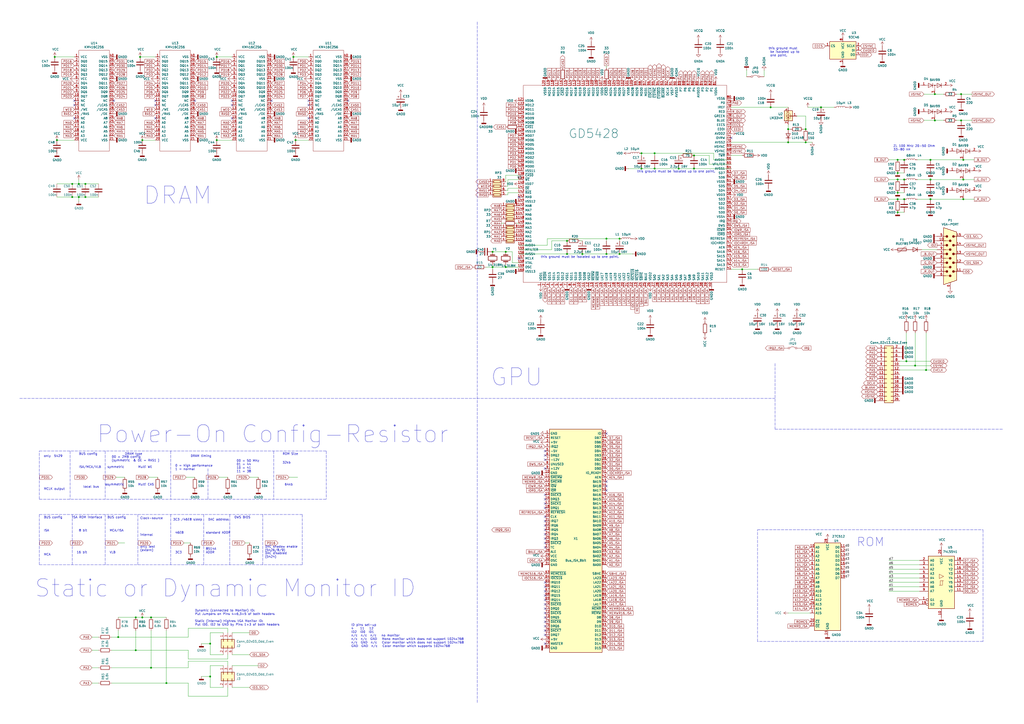
<source format=kicad_sch>
(kicad_sch (version 20250114) (generator "eeschema") (generator_version "9.0")
  (paper "A2")
  (title_block (title "CL-GD542xISA") (date "2025-11-11") (rev "0.3a"))
  (text "asymmetric " (at 60.96 281.94 0) (effects (font (size 1.27 1.27)) (justify left bottom)))
  (text "BUS config" (at 25.4 300.99 0) (effects (font (size 1.27 1.27)) (justify left bottom)))
  (text "this ground must be isolated up to one point." (at 313.69 149.86 0) (effects (font (size 1.27 1.27)) (justify left bottom)))
  (text "VLB" (at 63.5 321.31 0) (effects (font (size 1.27 1.27)) (justify left bottom)))
  (text "standard ADDR" (at 119.38 309.88 0) (effects (font (size 1.27 1.27)) (justify left bottom)))
  (text "DRAM timing" (at 110.49 265.43 0) (effects (font (size 1.27 1.27)) (justify left bottom)))
  (text "MCLK output" (at 25.4 284.48 0) (effects (font (size 1.27 1.27)) (justify left bottom)))
  (text "00 = 2MB config \n(symmetric  & OE = RAS1 )" (at 64.77 267.97 0) (effects (font (size 1.27 1.27)) (justify left bottom)))
  (text "BUS config" (at 62.23 300.99 0) (effects (font (size 1.27 1.27)) (justify left bottom)))
  (text "8 bit" (at 45.72 308.61 0) (effects (font (size 1.27 1.27)) (justify left bottom)))
  (text "DAC disabled \n(5424)" (at 153.67 323.85 0) (effects (font (size 1.27 1.27)) (justify left bottom)))
  (text "Dynamic (connected to Monitor) ID:\nPut Jumpers on Pins 4+6,3+5 of both headers\n\nStatic (internal) Highres VGA Monitor ID:\nPut ID0, ID2 to GND by Pins 1+3 of both headers" (at 113.03 363.22 0) (effects (font (size 1.27 1.27)) (justify left bottom)))
  (text "only test\n(extern)\n" (at 81.28 320.04 0) (effects (font (size 1.27 1.27)) (justify left bottom)))
  (text "ROM Size" (at 163.83 264.16 0) (effects (font (size 1.27 1.27)) (justify left bottom)))
  (text "DAC shadow enable \n(5426/8/9)" (at 153.67 320.04 0) (effects (font (size 1.27 1.27)) (justify left bottom)))
  (text "0 = high performance\n1 = normal\n" (at 101.6 273.05 0) (effects (font (size 1.27 1.27)) (justify left bottom)))
  (text "32kb" (at 163.83 269.24 0) (effects (font (size 1.27 1.27)) (justify left bottom)))
  (text "46E8" (at 101.6 309.88 0) (effects (font (size 1.27 1.27)) (justify left bottom)))
  (text "this ground must be isolated up to one point." (at 369.57 100.33 0) (effects (font (size 1.27 1.27)) (justify left bottom)))
  (text "this ground must\n be isolated up to\n one point." (at 445.77 33.02 0) (effects (font (size 1.27 1.27)) (justify left bottom)))
  (text "ISA/MCA/VLB" (at 45.72 271.78 0) (effects (font (size 1.27 1.27)) (justify left bottom)))
  (text "ISA ROM interface" (at 41.91 300.99 0) (effects (font (size 1.27 1.27)) (justify left bottom)))
  (text "Multi WE" (at 80.01 271.78 0) (effects (font (size 1.27 1.27)) (justify left bottom)))
  (text "Clock-source\n\n" (at 81.28 303.53 0) (effects (font (size 1.27 1.27)) (justify left bottom)))
  (text "ROM" (at 513.08 317.5 0) (effects (font (size 5.0038 5.0038)) (justify right bottom)))
  (text "3C3 /46E8 sleep" (at 100.33 302.26 0) (effects (font (size 1.27 1.27)) (justify left bottom)))
  (text "ID pins set-up\n4    11   12\nID2  ID0  ID1\nn/c  n/c  n/c   no monitor\nn/c  n/c  GND   Mono monitor which does not support 1024x768\nn/c  GND  n/c   Color monitor which does not support 1024x768\nGND  GND  n/c   Color monitor which supports 1024x768" (at 203.708 368.808 0) (effects (font (size 1.27 1.27)) (justify left)))
  (text "Static or Dynamic Monitor ID" (at 19.812 347.218 0) (effects (font (size 10.0076 10.0076)) (justify left bottom)))
  (text "DRAM type" (at 72.39 264.16 0) (effects (font (size 1.27 1.27)) (justify left bottom)))
  (text "ZL 100 MHz 20-50 Ohm\n33-80 nH" (at 518.16 87.63 0) (effects (font (size 1.27 1.27)) (justify left bottom)))
  (text "DRAM \n" (at 130.81 119.38 0) (effects (font (size 10.0076 10.0076)) (justify right bottom)))
  (text "only  5429" (at 25.4 265.43 0) (effects (font (size 1.27 1.27)) (justify left bottom)))
  (text "MCA" (at 25.4 322.58 0) (effects (font (size 1.27 1.27)) (justify left bottom)))
  (text "symmetric" (at 62.23 271.78 0) (effects (font (size 1.27 1.27)) (justify left bottom)))
  (text "BUS config" (at 45.72 264.16 0) (effects (font (size 1.27 1.27)) (justify left bottom)))
  (text "local bus" (at 48.26 283.21 0) (effects (font (size 1.27 1.27)) (justify left bottom)))
  (text "GPU" (at 314.96 224.79 0) (effects (font (size 10.0076 10.0076)) (justify right bottom)))
  (text "00 = 50 MHz\n01 = 44\n10 = 41\n11 = 38" (at 137.16 274.32 0) (effects (font (size 1.27 1.27)) (justify left bottom)))
  (text "0WS BIOS" (at 135.89 300.99 0) (effects (font (size 1.27 1.27)) (justify left bottom)))
  (text "64kb\n" (at 165.1 281.94 0) (effects (font (size 1.27 1.27)) (justify left bottom)))
  (text "DAC address" (at 120.65 302.26 0) (effects (font (size 1.27 1.27)) (justify left bottom)))
  (text "internal\n" (at 81.28 311.15 0) (effects (font (size 1.27 1.27)) (justify left bottom)))
  (text "16 bit" (at 44.45 321.31 0) (effects (font (size 1.27 1.27)) (justify left bottom)))
  (text "3C3" (at 101.6 321.31 0) (effects (font (size 1.27 1.27)) (justify left bottom)))
  (text "MCA/ISA" (at 63.5 308.61 0) (effects (font (size 1.27 1.27)) (justify left bottom)))
  (text "8514A\nADDR" (at 119.38 321.31 0) (effects (font (size 1.27 1.27)) (justify left bottom)))
  (text "Power-On Config-Resistor\n" (at 55.88 257.81 0) (effects (font (size 10.0076 10.0076)) (justify left bottom)))
  (text "Multi CAS" (at 80.01 281.94 0) (effects (font (size 1.27 1.27)) (justify left bottom)))
  (text "ISA" (at 25.4 308.61 0) (effects (font (size 1.27 1.27)) (justify left bottom)))
  (junction (at 525.78 209.55))
  (junction (at 293.37 146.05))
  (junction (at 125.73 33.02))
  (junction (at 558.8 104.14))
  (junction (at 82.55 81.28))
  (junction (at 558.8 92.71))
  (junction (at 285.75 154.94))
  (junction (at 81.28 33.02))
  (junction (at 379.73 97.79))
  (junction (at 537.21 214.63))
  (junction (at 402.59 97.79))
  (junction (at 520.7 92.71))
  (junction (at 359.41 138.43))
  (junction (at 359.41 147.32))
  (junction (at 539.75 104.14))
  (junction (at 82.55 358.14))
  (junction (at 49.53 114.3))
  (junction (at 379.73 88.9))
  (junction (at 328.93 139.7))
  (junction (at 530.86 212.09))
  (junction (at 520.7 104.14))
  (junction (at 328.93 147.32))
  (junction (at 430.53 156.21))
  (junction (at 457.2 82.55))
  (junction (at 41.91 106.68))
  (junction (at 31.75 33.02))
  (junction (at 520.7 100.33))
  (junction (at 87.63 358.14))
  (junction (at 447.04 62.23))
  (junction (at 33.02 81.28))
  (junction (at 351.79 147.32))
  (junction (at 542.29 69.85))
  (junction (at 372.11 97.79))
  (junction (at 78.74 358.14))
  (junction (at 558.8 115.57))
  (junction (at 467.36 82.55))
  (junction (at 520.7 115.57))
  (junction (at 285.75 146.05))
  (junction (at 372.11 88.9))
  (junction (at 557.53 69.85))
  (junction (at 542.29 54.61))
  (junction (at 87.63 387.35))
  (junction (at 293.37 154.94))
  (junction (at 402.59 90.17))
  (junction (at 524.51 115.57))
  (junction (at 524.51 104.14))
  (junction (at 121.92 373.38))
  (junction (at 476.25 62.23))
  (junction (at 351.79 138.43))
  (junction (at 520.7 111.76))
  (junction (at 170.18 33.02))
  (junction (at 520.7 123.19))
  (junction (at 96.52 396.24))
  (junction (at 539.75 115.57))
  (junction (at 539.75 92.71))
  (junction (at 49.53 106.68))
  (junction (at 45.72 106.68))
  (junction (at 467.36 74.93))
  (junction (at 524.51 92.71))
  (junction (at 125.73 81.28))
  (junction (at 557.53 54.61))
  (junction (at 393.7 97.79))
  (junction (at 171.45 81.28))
  (junction (at 121.92 392.43))
  (junction (at 45.72 114.3))
  (junction (at 68.58 369.57))
  (junction (at 457.2 74.93))
  (junction (at 337.82 147.32))
  (junction (at 41.91 114.3))
  (junction (at 78.74 377.19))
  (no_connect (at 316.23 373.38))
  (no_connect (at 316.23 317.5))
  (no_connect (at 351.79 284.48))
  (no_connect (at 316.23 307.34))
  (no_connect (at 316.23 302.26))
  (no_connect (at 316.23 363.22))
  (no_connect (at 316.23 358.14))
  (no_connect (at 316.23 299.72))
  (no_connect (at 316.23 309.88))
  (no_connect (at 66.04 58.42))
  (no_connect (at 134.62 58.42))
  (no_connect (at 316.23 304.8))
  (no_connect (at 300.99 114.3))
  (no_connect (at 157.48 58.42))
  (no_connect (at 316.23 314.96))
  (no_connect (at 316.23 368.3))
  (no_connect (at 316.23 355.6))
  (no_connect (at 316.23 360.68))
  (no_connect (at 316.23 347.98))
  (no_connect (at 316.23 365.76))
  (no_connect (at 43.18 58.42))
  (no_connect (at 316.23 289.56))
  (no_connect (at 300.99 149.86))
  (no_connect (at 316.23 292.1))
  (no_connect (at 316.23 350.52))
  (no_connect (at 90.17 58.42))
  (no_connect (at 179.07 58.42))
  (no_connect (at 316.23 271.78))
  (no_connect (at 134.62 68.58))
  (no_connect (at 351.79 279.4))
  (no_connect (at 316.23 261.62))
  (no_connect (at 316.23 342.9))
  (no_connect (at 179.07 60.96))
  (no_connect (at 424.18 80.01))
  (no_connect (at 316.23 294.64))
  (no_connect (at 316.23 287.02))
  (no_connect (at 316.23 337.82))
  (no_connect (at 316.23 345.44))
  (no_connect (at 316.23 312.42))
  (no_connect (at 113.03 58.42))
  (no_connect (at 351.79 281.94))
  (no_connect (at 316.23 266.7))
  (no_connect (at 316.23 264.16))
  (no_connect (at 201.93 58.42))
  (no_connect (at 316.23 353.06))
  (no_connect (at 90.17 68.58))
  (no_connect (at 43.18 68.58))
  (no_connect (at 134.62 60.96))
  (no_connect (at 351.79 251.46))
  (no_connect (at 43.18 60.96))
  (no_connect (at 316.23 340.36))
  (no_connect (at 179.07 68.58))
  (no_connect (at 90.17 60.96))
  (wire (pts (xy 125.73 81.28) (xy 134.62 81.28)))
  (polyline (pts (xy 22.86 298.45) (xy 175.26 298.45)) (stroke (width 0) (type dash)))
  (wire (pts (xy 539.75 214.63) (xy 537.21 214.63)))
  (wire (pts (xy 424.18 92.71) (xy 414.02 92.71)))
  (wire (pts (xy 132.08 398.78) (xy 132.08 403.86)))
  (wire (pts (xy 372.11 90.17) (xy 372.11 88.9)))
  (polyline (pts (xy 189.23 261.62) (xy 189.23 289.56)) (stroke (width 0) (type dash)))
  (wire (pts (xy 33.02 106.68) (xy 41.91 106.68)))
  (wire (pts (xy 300.99 104.14) (xy 294.64 104.14)))
  (wire (pts (xy 537.21 193.04) (xy 537.21 214.63)))
  (wire (pts (xy 424.18 62.23) (xy 447.04 62.23)))
  (wire (pts (xy 45.72 114.3) (xy 45.72 116.84)))
  (polyline (pts (xy 99.06 261.62) (xy 99.06 289.56)) (stroke (width 0) (type dash)))
  (wire (pts (xy 68.58 365.76) (xy 68.58 369.57)))
  (wire (pts (xy 134.62 33.02) (xy 125.73 33.02)))
  (wire (pts (xy 547.37 69.85) (xy 542.29 69.85)))
  (wire (pts (xy 90.17 33.02) (xy 81.28 33.02)))
  (wire (pts (xy 293.37 154.94) (xy 285.75 154.94)))
  (wire (pts (xy 107.95 276.86) (xy 113.03 276.86)))
  (wire (pts (xy 300.99 109.22) (xy 294.64 109.22)))
  (wire (pts (xy 532.13 115.57) (xy 539.75 115.57)))
  (wire (pts (xy 49.53 114.3) (xy 57.15 114.3)))
  (polyline (pts (xy 276.86 12.7) (xy 276.86 407.67)) (stroke (width 0) (type dash)))
  (wire (pts (xy 320.04 139.7) (xy 328.93 139.7)))
  (wire (pts (xy 521.97 212.09) (xy 530.86 212.09)))
  (wire (pts (xy 430.53 90.17) (xy 424.18 90.17)))
  (polyline (pts (xy 22.86 327.66) (xy 175.26 327.66)) (stroke (width 0) (type dash)))
  (wire (pts (xy 78.74 377.19) (xy 109.22 377.19)))
  (wire (pts (xy 116.84 373.38) (xy 121.92 373.38)))
  (wire (pts (xy 394.97 90.17) (xy 393.7 90.17)))
  (wire (pts (xy 109.22 387.35) (xy 109.22 383.54)))
  (wire (pts (xy 121.92 379.73) (xy 129.54 379.73)))
  (wire (pts (xy 294.64 104.14) (xy 294.64 107.95)))
  (wire (pts (xy 144.78 314.96) (xy 142.24 314.96)))
  (wire (pts (xy 532.13 104.14) (xy 539.75 104.14)))
  (wire (pts (xy 68.58 369.57) (xy 109.22 369.57)))
  (wire (pts (xy 179.07 33.02) (xy 170.18 33.02)))
  (wire (pts (xy 515.62 115.57) (xy 520.7 115.57)))
  (polyline (pts (xy 99.06 298.45) (xy 99.06 327.66)) (stroke (width 0) (type dash)))
  (wire (pts (xy 424.18 95.25) (xy 411.48 95.25)))
  (polyline (pts (xy 80.01 298.45) (xy 80.01 327.66)) (stroke (width 0) (type dash)))
  (wire (pts (xy 134.62 386.08) (xy 149.86 386.08)))
  (wire (pts (xy 294.64 111.76) (xy 294.64 113.03)))
  (wire (pts (xy 515.62 335.28) (xy 533.4 335.28)))
  (polyline (pts (xy 120.65 289.56) (xy 120.65 271.78)) (stroke (width 0) (type dash)))
  (polyline (pts (xy 175.26 298.45) (xy 175.26 327.66)) (stroke (width 0) (type dash)))
  (wire (pts (xy 64.77 377.19) (xy 78.74 377.19)))
  (wire (pts (xy 457.2 72.39) (xy 457.2 74.93)))
  (wire (pts (xy 299.72 129.54) (xy 300.99 129.54)))
  (wire (pts (xy 424.18 97.79) (xy 402.59 97.79)))
  (wire (pts (xy 294.64 110.49) (xy 293.37 110.49)))
  (wire (pts (xy 53.34 377.19) (xy 57.15 377.19)))
  (wire (pts (xy 467.36 82.55) (xy 471.17 82.55)))
  (wire (pts (xy 515.62 337.82) (xy 533.4 337.82)))
  (wire (pts (xy 520.7 100.33) (xy 524.51 100.33)))
  (wire (pts (xy 367.03 147.32) (xy 359.41 147.32)))
  (wire (pts (xy 458.47 74.93) (xy 457.2 74.93)))
  (wire (pts (xy 86.36 276.86) (xy 91.44 276.86)))
  (wire (pts (xy 515.62 327.66) (xy 533.4 327.66)))
  (wire (pts (xy 121.92 386.08) (xy 121.92 392.43)))
  (polyline (pts (xy 152.4 298.45) (xy 152.4 327.66)) (stroke (width 0) (type dash)))
  (wire (pts (xy 515.62 342.9) (xy 533.4 342.9)))
  (wire (pts (xy 515.62 330.2) (xy 533.4 330.2)))
  (wire (pts (xy 515.62 332.74) (xy 533.4 332.74)))
  (wire (pts (xy 64.77 396.24) (xy 96.52 396.24)))
  (wire (pts (xy 542.29 54.61) (xy 535.94 54.61)))
  (wire (pts (xy 515.62 340.36) (xy 533.4 340.36)))
  (wire (pts (xy 300.99 154.94) (xy 293.37 154.94)))
  (wire (pts (xy 317.5 142.24) (xy 317.5 138.43)))
  (wire (pts (xy 144.78 276.86) (xy 149.86 276.86)))
  (wire (pts (xy 411.48 90.17) (xy 402.59 90.17)))
  (wire (pts (xy 554.99 54.61) (xy 557.53 54.61)))
  (wire (pts (xy 297.18 152.4) (xy 300.99 152.4)))
  (wire (pts (xy 466.09 74.93) (xy 467.36 74.93)))
  (wire (pts (xy 33.02 114.3) (xy 41.91 114.3)))
  (polyline (pts (xy 40.64 261.62) (xy 40.64 289.56)) (stroke (width 0) (type dash)))
  (wire (pts (xy 462.28 67.31) (xy 467.36 67.31)))
  (wire (pts (xy 320.04 144.78) (xy 320.04 139.7)))
  (polyline (pts (xy 41.91 298.45) (xy 41.91 327.66)) (stroke (width 0) (type dash)))
  (wire (pts (xy 328.93 147.32) (xy 337.82 147.32)))
  (wire (pts (xy 351.79 147.32) (xy 359.41 147.32)))
  (wire (pts (xy 45.72 114.3) (xy 49.53 114.3)))
  (wire (pts (xy 524.51 123.19) (xy 520.7 123.19)))
  (wire (pts (xy 447.04 62.23) (xy 457.2 62.23)))
  (wire (pts (xy 520.7 92.71) (xy 524.51 92.71)))
  (wire (pts (xy 372.11 97.79) (xy 364.49 97.79)))
  (wire (pts (xy 121.92 367.03) (xy 121.92 373.38)))
  (wire (pts (xy 132.08 364.49) (xy 132.08 367.03)))
  (wire (pts (xy 467.36 67.31) (xy 467.36 74.93)))
  (polyline (pts (xy 22.86 298.45) (xy 22.86 327.66)) (stroke (width 0) (type dash)))
  (wire (pts (xy 543.56 144.78) (xy 534.67 144.78)))
  (wire (pts (xy 43.18 33.02) (xy 31.75 33.02)))
  (wire (pts (xy 542.29 69.85) (xy 535.94 69.85)))
  (wire (pts (xy 532.13 92.71) (xy 539.75 92.71)))
  (wire (pts (xy 424.18 156.21) (xy 430.53 156.21)))
  (wire (pts (xy 351.79 139.7) (xy 351.79 138.43)))
  (wire (pts (xy 292.1 129.54) (xy 290.83 129.54)))
  (wire (pts (xy 179.07 81.28) (xy 171.45 81.28)))
  (wire (pts (xy 68.58 358.14) (xy 78.74 358.14)))
  (wire (pts (xy 109.22 403.86) (xy 132.08 403.86)))
  (wire (pts (xy 525.78 193.04) (xy 525.78 209.55)))
  (wire (pts (xy 337.82 147.32) (xy 351.79 147.32)))
  (polyline (pts (xy 449.58 248.92) (xy 581.66 248.92)) (stroke (width 0) (type dash)))
  (wire (pts (xy 134.62 367.03) (xy 144.78 367.03)))
  (wire (pts (xy 82.55 358.14) (xy 78.74 358.14)))
  (wire (pts (xy 96.52 365.76) (xy 96.52 396.24)))
  (polyline (pts (xy 22.86 289.56) (xy 22.86 261.62)) (stroke (width 0) (type dash)))
  (wire (pts (xy 379.73 88.9) (xy 372.11 88.9)))
  (polyline (pts (xy 449.58 210.82) (xy 449.58 248.92)) (stroke (width 0) (type dash)))
  (wire (pts (xy 317.5 138.43) (xy 351.79 138.43)))
  (wire (pts (xy 554.99 69.85) (xy 557.53 69.85)))
  (wire (pts (xy 539.75 115.57) (xy 558.8 115.57)))
  (wire (pts (xy 520.7 115.57) (xy 524.51 115.57)))
  (wire (pts (xy 414.02 88.9) (xy 379.73 88.9)))
  (wire (pts (xy 520.7 104.14) (xy 524.51 104.14)))
  (wire (pts (xy 414.02 92.71) (xy 414.02 88.9)))
  (wire (pts (xy 563.88 54.61) (xy 557.53 54.61)))
  (wire (pts (xy 53.34 369.57) (xy 57.15 369.57)))
  (wire (pts (xy 525.78 209.55) (xy 521.97 209.55)))
  (wire (pts (xy 87.63 365.76) (xy 87.63 387.35)))
  (wire (pts (xy 109.22 382.27) (xy 132.08 382.27)))
  (wire (pts (xy 468.63 62.23) (xy 476.25 62.23)))
  (wire (pts (xy 121.92 398.78) (xy 129.54 398.78)))
  (wire (pts (xy 300.99 147.32) (xy 328.93 147.32)))
  (polyline (pts (xy 570.23 372.11) (xy 439.42 372.11)) (stroke (width 0) (type dash)))
  (wire (pts (xy 557.53 69.85) (xy 563.88 69.85)))
  (wire (pts (xy 45.72 106.68) (xy 49.53 106.68)))
  (wire (pts (xy 539.75 209.55) (xy 525.78 209.55)))
  (wire (pts (xy 530.86 212.09) (xy 539.75 212.09)))
  (wire (pts (xy 537.21 214.63) (xy 521.97 214.63)))
  (wire (pts (xy 87.63 358.14) (xy 96.52 358.14)))
  (wire (pts (xy 129.54 367.03) (xy 121.92 367.03)))
  (wire (pts (xy 294.64 107.95) (xy 293.37 107.95)))
  (wire (pts (xy 515.62 325.12) (xy 533.4 325.12)))
  (wire (pts (xy 87.63 387.35) (xy 109.22 387.35)))
  (wire (pts (xy 547.37 54.61) (xy 542.29 54.61)))
  (wire (pts (xy 134.62 398.78) (xy 144.78 398.78)))
  (wire (pts (xy 109.22 369.57) (xy 109.22 364.49)))
  (wire (pts (xy 300.99 101.6) (xy 293.37 101.6)))
  (wire (pts (xy 121.92 373.38) (xy 121.92 379.73)))
  (wire (pts (xy 109.22 396.24) (xy 109.22 403.86)))
  (wire (pts (xy 132.08 379.73) (xy 132.08 382.27)))
  (wire (pts (xy 530.86 193.04) (xy 530.86 212.09)))
  (wire (pts (xy 402.59 97.79) (xy 393.7 97.79)))
  (wire (pts (xy 132.08 383.54) (xy 132.08 386.08)))
  (polyline (pts (xy 22.86 261.62) (xy 189.23 261.62)) (stroke (width 0) (type dash)))
  (wire (pts (xy 515.62 104.14) (xy 520.7 104.14)))
  (polyline (pts (xy 133.35 298.45) (xy 133.35 327.66)) (stroke (width 0) (type dash)))
  (wire (pts (xy 293.37 101.6) (xy 293.37 105.41)))
  (wire (pts (xy 121.92 392.43) (xy 121.92 398.78)))
  (wire (pts (xy 41.91 114.3) (xy 45.72 114.3)))
  (wire (pts (xy 300.99 142.24) (xy 317.5 142.24)))
  (wire (pts (xy 127 276.86) (xy 132.08 276.86)))
  (wire (pts (xy 285.75 146.05) (xy 293.37 146.05)))
  (wire (pts (xy 539.75 92.71) (xy 558.8 92.71)))
  (wire (pts (xy 90.17 81.28) (xy 82.55 81.28)))
  (wire (pts (xy 393.7 97.79) (xy 379.73 97.79)))
  (polyline (pts (xy 570.23 307.34) (xy 570.23 372.11)) (stroke (width 0) (type dash)))
  (wire (pts (xy 443.23 44.45) (xy 443.23 40.64)))
  (wire (pts (xy 129.54 386.08) (xy 121.92 386.08)))
  (wire (pts (xy 379.73 97.79) (xy 372.11 97.79)))
  (wire (pts (xy 457.2 82.55) (xy 467.36 82.55)))
  (wire (pts (xy 285.75 154.94) (xy 281.94 154.94)))
  (wire (pts (xy 45.72 104.14) (xy 45.72 106.68)))
  (wire (pts (xy 351.79 38.1) (xy 351.79 39.37)))
  (wire (pts (xy 43.18 81.28) (xy 33.02 81.28)))
  (wire (pts (xy 64.77 387.35) (xy 87.63 387.35)))
  (wire (pts (xy 433.07 40.64) (xy 433.07 44.45)))
  (wire (pts (xy 41.91 106.68) (xy 45.72 106.68)))
  (wire (pts (xy 109.22 383.54) (xy 132.08 383.54)))
  (polyline (pts (xy 22.86 289.56) (xy 189.23 289.56)) (stroke (width 0) (type dash)))
  (wire (pts (xy 351.79 138.43) (xy 359.41 138.43)))
  (wire (pts (xy 430.53 156.21) (xy 439.42 156.21)))
  (wire (pts (xy 167.64 276.86) (xy 172.72 276.86)))
  (wire (pts (xy 336.55 139.7) (xy 337.82 139.7)))
  (wire (pts (xy 565.15 115.57) (xy 558.8 115.57)))
  (wire (pts (xy 293.37 146.05) (xy 297.18 146.05)))
  (wire (pts (xy 476.25 62.23) (xy 483.87 62.23)))
  (wire (pts (xy 424.18 82.55) (xy 457.2 82.55)))
  (wire (pts (xy 539.75 104.14) (xy 558.8 104.14)))
  (wire (pts (xy 96.52 396.24) (xy 109.22 396.24)))
  (wire (pts (xy 411.48 95.25) (xy 411.48 90.17)))
  (polyline (pts (xy 60.96 298.45) (xy 60.96 327.66)) (stroke (width 0) (type dash)))
  (wire (pts (xy 109.22 382.27) (xy 109.22 377.19)))
  (polyline (pts (xy 118.11 298.45) (xy 118.11 327.66)) (stroke (width 0) (type dash)))
  (wire (pts (xy 300.99 144.78) (xy 320.04 144.78)))
  (wire (pts (xy 294.64 109.22) (xy 294.64 110.49)))
  (wire (pts (xy 285.75 154.94) (xy 285.75 156.21)))
  (wire (pts (xy 116.84 392.43) (xy 121.92 392.43)))
  (wire (pts (xy 457.2 355.6) (xy 469.9 355.6)))
  (wire (pts (xy 53.34 396.24) (xy 57.15 396.24)))
  (wire (pts (xy 300.99 111.76) (xy 294.64 111.76)))
  (polyline (pts (xy 439.42 372.11) (xy 439.42 307.34)) (stroke (width 0) (type dash)))
  (wire (pts (xy 297.18 146.05) (xy 297.18 152.4)))
  (wire (pts (xy 109.22 364.49) (xy 132.08 364.49)))
  (wire (pts (xy 134.62 379.73) (xy 144.78 379.73)))
  (wire (pts (xy 49.53 106.68) (xy 57.15 106.68)))
  (wire (pts (xy 64.77 369.57) (xy 68.58 369.57)))
  (wire (pts (xy 68.58 314.96) (xy 72.39 314.96)))
  (wire (pts (xy 67.31 276.86) (xy 72.39 276.86)))
  (polyline (pts (xy 11.43 231.14) (xy 449.58 231.14)) (stroke (width 0) (type dash)))
  (wire (pts (xy 293.37 153.67) (xy 293.37 154.94)))
  (wire (pts (xy 524.51 111.76) (xy 520.7 111.76)))
  (wire (pts (xy 379.73 90.17) (xy 379.73 88.9)))
  (wire (pts (xy 78.74 365.76) (xy 78.74 377.19)))
  (wire (pts (xy 285.75 153.67) (xy 285.75 154.94)))
  (polyline (pts (xy 60.96 261.62) (xy 60.96 289.56)) (stroke (width 0) (type dash)))
  (wire (pts (xy 565.15 104.14) (xy 558.8 104.14)))
  (polyline (pts (xy 158.75 261.62) (xy 158.75 289.56)) (stroke (width 0) (type dash)))
  (wire (pts (xy 515.62 92.71) (xy 520.7 92.71)))
  (wire (pts (xy 106.68 314.96) (xy 110.49 314.96)))
  (wire (pts (xy 82.55 358.14) (xy 87.63 358.14)))
  (wire (pts (xy 53.34 387.35) (xy 57.15 387.35)))
  (polyline (pts (xy 439.42 307.34) (xy 570.23 307.34)) (stroke (width 0) (type dash)))
  (wire (pts (xy 294.64 113.03) (xy 293.37 113.03)))
  (wire (pts (xy 359.41 139.7) (xy 359.41 138.43)))
  (wire (pts (xy 558.8 92.71) (xy 565.15 92.71)))
  (label "d5" (at 515.62 330.2 0))
  (label "d3" (at 515.62 335.28 0))
  (label "d3" (at 490.22 325.12 0))
  (label "d1" (at 515.62 340.36 0))
  (label "d4" (at 490.22 327.66 0))
  (label "d7" (at 515.62 325.12 0))
  (label "d4" (at 515.62 332.74 0))
  (label "d6" (at 490.22 332.74 0))
  (label "d7" (at 490.22 335.28 0))
  (label "d0" (at 515.62 342.9 0))
  (label "d6" (at 515.62 327.66 0))
  (label "d1" (at 490.22 320.04 0))
  (label "d2" (at 490.22 322.58 0))
  (label "d2" (at 515.62 337.82 0))
  (label "d5" (at 490.22 330.2 0))
  (label "d0" (at 490.22 317.5 0))
  (global_label "MA0" (shape input) (at 179.07 71.12 180) (property "Intersheetrefs" "${INTERSHEET_REFS}" (effects (hide yes))))
  (global_label "MEMWR16_ISA" (shape input) (at 351.79 355.6 0) (property "Intersheetrefs" "${INTERSHEET_REFS}" (effects (hide yes))))
  (global_label "PD1" (shape input) (at 90.17 38.1 180) (property "Intersheetrefs" "${INTERSHEET_REFS}" (effects (hide yes))))
  (global_label "IOWR_ISA" (shape input) (at 316.23 281.94 180) (property "Intersheetrefs" "${INTERSHEET_REFS}" (effects (hide yes))))
  (global_label "PD4" (shape input) (at 179.07 48.26 180) (property "Intersheetrefs" "${INTERSHEET_REFS}" (effects (hide yes))))
  (global_label "PD15" (shape input) (at 323.85 46.99 90) (property "Intersheetrefs" "${INTERSHEET_REFS}" (effects (hide yes))))
  (global_label "PD16" (shape input) (at 328.93 46.99 90) (property "Intersheetrefs" "${INTERSHEET_REFS}" (effects (hide yes))))
  (global_label "ROMCS" (shape input) (at 469.9 360.68 180) (property "Intersheetrefs" "${INTERSHEET_REFS}" (effects (hide yes))))
  (global_label "PD27" (shape input) (at 361.95 46.99 90) (property "Intersheetrefs" "${INTERSHEET_REFS}" (effects (hide yes))))
  (global_label "RAS0" (shape input) (at 134.62 66.04 180) (property "Intersheetrefs" "${INTERSHEET_REFS}" (effects (hide yes))))
  (global_label "IRQ" (shape output) (at 424.18 128.27 0) (property "Intersheetrefs" "${INTERSHEET_REFS}" (effects (hide yes))))
  (global_label "PD18" (shape input) (at 334.01 46.99 90) (property "Intersheetrefs" "${INTERSHEET_REFS}" (effects (hide yes))))
  (global_label "LA17_ISA" (shape input) (at 349.25 166.37 270) (property "Intersheetrefs" "${INTERSHEET_REFS}" (effects (hide yes))))
  (global_label "PA3" (shape bidirectional) (at 53.34 396.24 180) (property "Intersheetrefs" "${INTERSHEET_REFS}" (effects (hide yes))))
  (global_label "MA4" (shape input) (at 66.04 78.74 0) (property "Intersheetrefs" "${INTERSHEET_REFS}" (effects (hide yes))))
  (global_label "A1_ISA" (shape input) (at 351.79 325.12 0) (property "Intersheetrefs" "${INTERSHEET_REFS}" (effects (hide yes))))
  (global_label "WE0" (shape output) (at 283.21 107.95 180) (property "Intersheetrefs" "${INTERSHEET_REFS}" (effects (hide yes))))
  (global_label "PD20" (shape input) (at 87.63 314.96 180) (property "Intersheetrefs" "${INTERSHEET_REFS}" (effects (hide yes))))
  (global_label "PD27" (shape input) (at 107.95 276.86 180) (property "Intersheetrefs" "${INTERSHEET_REFS}" (effects (hide yes))))
  (global_label "ID0" (shape output) (at 558.8 157.48 0) (property "Intersheetrefs" "${INTERSHEET_REFS}" (effects (hide yes))))
  (global_label "PD0" (shape input) (at 300.99 96.52 180) (property "Intersheetrefs" "${INTERSHEET_REFS}" (effects (hide yes))))
  (global_label "D7_ISA" (shape input) (at 424.18 100.33 0) (property "Intersheetrefs" "${INTERSHEET_REFS}" (effects (hide yes))))
  (global_label "IOCHRDY_ISA" (shape input) (at 351.79 274.32 0) (property "Intersheetrefs" "${INTERSHEET_REFS}" (effects (hide yes))))
  (global_label "PD5" (shape input) (at 179.07 50.8 180) (property "Intersheetrefs" "${INTERSHEET_REFS}" (effects (hide yes))))
  (global_label "PD17" (shape input) (at 134.62 38.1 180) (property "Intersheetrefs" "${INTERSHEET_REFS}" (effects (hide yes))))
  (global_label "MA7" (shape output) (at 290.83 121.92 180) (property "Intersheetrefs" "${INTERSHEET_REFS}" (effects (hide yes))))
  (global_label "A2_ISA" (shape input) (at 351.79 322.58 0) (property "Intersheetrefs" "${INTERSHEET_REFS}" (effects (hide yes))))
  (global_label "MA4" (shape output) (at 290.83 129.54 180) (property "Intersheetrefs" "${INTERSHEET_REFS}" (effects (hide yes))))
  (global_label "PD29" (shape input) (at 66.04 40.64 0) (property "Intersheetrefs" "${INTERSHEET_REFS}" (effects (hide yes))))
  (global_label "CAS1" (shape input) (at 201.93 63.5 0) (property "Intersheetrefs" "${INTERSHEET_REFS}" (effects (hide yes))))
  (global_label "_B_OUT" (shape input) (at 543.56 147.32 180) (property "Intersheetrefs" "${INTERSHEET_REFS}" (effects (hide yes))))
  (global_label "PD30" (shape input) (at 157.48 38.1 0) (property "Intersheetrefs" "${INTERSHEET_REFS}" (effects (hide yes))))
  (global_label "HSYNC_OUT" (shape input) (at 558.8 147.32 0) (property "Intersheetrefs" "${INTERSHEET_REFS}" (effects (hide yes))))
  (global_label "D1_ISA" (shape input) (at 351.79 269.24 0) (property "Intersheetrefs" "${INTERSHEET_REFS}" (effects (hide yes))))
  (global_label "A16_ISA" (shape input) (at 424.18 146.05 0) (property "Intersheetrefs" "${INTERSHEET_REFS}" (effects (hide yes))))
  (global_label "A3_ISA" (shape input) (at 469.9 325.12 180) (property "Intersheetrefs" "${INTERSHEET_REFS}" (effects (hide yes))))
  (global_label "A3_ISA" (shape input) (at 351.79 320.04 0) (property "Intersheetrefs" "${INTERSHEET_REFS}" (effects (hide yes))))
  (global_label "REFRESH_ISA" (shape input) (at 424.18 138.43 0) (property "Intersheetrefs" "${INTERSHEET_REFS}" (effects (hide yes))))
  (global_label "ROMCS" (shape input) (at 533.4 350.52 180) (property "Intersheetrefs" "${INTERSHEET_REFS}" (effects (hide yes))))
  (global_label "PD20" (shape input) (at 339.09 46.99 90) (property "Intersheetrefs" "${INTERSHEET_REFS}" (effects (hide yes))))
  (global_label "CAS3" (shape input) (at 66.04 63.5 0) (property "Intersheetrefs" "${INTERSHEET_REFS}" (effects (hide yes))))
  (global_label "D0_ISA" (shape input) (at 351.79 271.78 0) (property "Intersheetrefs" "${INTERSHEET_REFS}" (effects (hide yes))))
  (global_label "PD17" (shape input) (at 43.18 38.1 180) (property "Intersheetrefs" "${INTERSHEET_REFS}" (effects (hide yes))))
  (global_label "BALE_ISA" (shape input) (at 316.23 320.04 180) (property "Intersheetrefs" "${INTERSHEET_REFS}" (effects (hide yes))))
  (global_label "PD22" (shape input) (at 344.17 46.99 90) (property "Intersheetrefs" "${INTERSHEET_REFS}" (effects (hide yes))))
  (global_label "PD10" (shape input) (at 201.93 50.8 0) (property "Intersheetrefs" "${INTERSHEET_REFS}" (effects (hide yes))))
  (global_label "EVIDEO" (shape bidirectional) (at 382.27 46.99 90) (property "Intersheetrefs" "${INTERSHEET_REFS}" (effects (hide yes))))
  (global_label "EVIDEO" (shape bidirectional) (at 539.75 209.55 0) (property "Intersheetrefs" "${INTERSHEET_REFS}" (effects (hide yes))))
  (global_label "PD22" (shape input) (at 134.62 53.34 180) (property "Intersheetrefs" "${INTERSHEET_REFS}" (effects (hide yes))))
  (global_label "MEMRD_ISA" (shape input) (at 469.9 363.22 180) (property "Intersheetrefs" "${INTERSHEET_REFS}" (effects (hide yes))))
  (global_label "VSYNC_OUT" (shape input) (at 558.8 142.24 0) (property "Intersheetrefs" "${INTERSHEET_REFS}" (effects (hide yes))))
  (global_label "D6_ISA" (shape input) (at 424.18 102.87 0) (property "Intersheetrefs" "${INTERSHEET_REFS}" (effects (hide yes))))
  (global_label "PD11" (shape input) (at 201.93 48.26 0) (property "Intersheetrefs" "${INTERSHEET_REFS}" (effects (hide yes))))
  (global_label "A10_ISA" (shape input) (at 351.79 302.26 0) (property "Intersheetrefs" "${INTERSHEET_REFS}" (effects (hide yes))))
  (global_label "MA1" (shape output) (at 290.83 137.16 180) (property "Intersheetrefs" "${INTERSHEET_REFS}" (effects (hide yes))))
  (global_label "PD15" (shape input) (at 201.93 35.56 0) (property "Intersheetrefs" "${INTERSHEET_REFS}" (effects (hide yes))))
  (global_label "PA3" (shape bidirectional) (at 509.27 209.55 180) (property "Intersheetrefs" "${INTERSHEET_REFS}" (effects (hide yes))))
  (global_label "PD9" (shape input) (at 300.99 68.58 180) (property "Intersheetrefs" "${INTERSHEET_REFS}" (effects (hide yes))))
  (global_label "D4_ISA" (shape input) (at 424.18 110.49 0) (property "Intersheetrefs" "${INTERSHEET_REFS}" (effects (hide yes))))
  (global_label "RAS1" (shape input) (at 43.18 66.04 180) (property "Intersheetrefs" "${INTERSHEET_REFS}" (effects (hide yes))))
  (global_label "IORD_ISA" (shape input) (at 316.23 284.48 180) (property "Intersheetrefs" "${INTERSHEET_REFS}" (effects (hide yes))))
  (global_label "D6_ISA" (shape input) (at 351.79 256.54 0) (property "Intersheetrefs" "${INTERSHEET_REFS}" (effects (hide yes))))
  (global_label "PD13" (shape input) (at 113.03 40.64 0) (property "Intersheetrefs" "${INTERSHEET_REFS}" (effects (hide yes))))
  (global_label "A13_ISA" (shape input) (at 424.18 153.67 0) (property "Intersheetrefs" "${INTERSHEET_REFS}" (effects (hide yes))))
  (global_label "PD30" (shape input) (at 372.11 46.99 90) (property "Intersheetrefs" "${INTERSHEET_REFS}" (effects (hide yes))))
  (global_label "PD6" (shape input) (at 90.17 53.34 180) (property "Intersheetrefs" "${INTERSHEET_REFS}" (effects (hide yes))))
  (global_label "D0_ISA" (shape output) (at 558.8 342.9 0) (property "Intersheetrefs" "${INTERSHEET_REFS}" (effects (hide yes))))
  (global_label "ID1_SDA" (shape bidirectional) (at 558.8 152.4 0) (property "Intersheetrefs" "${INTERSHEET_REFS}" (effects (hide yes))))
  (global_label "PD25" (shape input) (at 157.48 53.34 0) (property "Intersheetrefs" "${INTERSHEET_REFS}" (effects (hide yes))))
  (global_label "WE0" (shape input) (at 43.18 63.5 180) (property "Intersheetrefs" "${INTERSHEET_REFS}" (effects (hide yes))))
  (global_label "PD21" (shape input) (at 68.58 314.96 180) (property "Intersheetrefs" "${INTERSHEET_REFS}" (effects (hide yes))))
  (global_label "PD5" (shape input) (at 300.99 83.82 180) (property "Intersheetrefs" "${INTERSHEET_REFS}" (effects (hide yes))))
  (global_label "A16_ISA" (shape input) (at 351.79 287.02 0) (property "Intersheetrefs" "${INTERSHEET_REFS}" (effects (hide yes))))
  (global_label "PD5" (shape input) (at 90.17 50.8 180) (property "Intersheetrefs" "${INTERSHEET_REFS}" (effects (hide yes))))
  (global_label "MEMRD_ISA" (shape input) (at 533.4 347.98 180) (property "Intersheetrefs" "${INTERSHEET_REFS}" (effects (hide yes))))
  (global_label "CAS1" (shape output) (at 293.37 73.66 180) (property "Intersheetrefs" "${INTERSHEET_REFS}" (effects (hide yes))))
  (global_label "VSYNC" (shape input) (at 535.94 54.61 180) (property "Intersheetrefs" "${INTERSHEET_REFS}" (effects (hide yes))))
  (global_label "D3_ISA" (shape output) (at 558.8 335.28 0) (property "Intersheetrefs" "${INTERSHEET_REFS}" (effects (hide yes))))
  (global_label "PD29" (shape input) (at 67.31 276.86 180) (property "Intersheetrefs" "${INTERSHEET_REFS}" (effects (hide yes))))
  (global_label "PD4" (shape input) (at 300.99 86.36 180) (property "Intersheetrefs" "${INTERSHEET_REFS}" (effects (hide yes))))
  (global_label "MA6" (shape input) (at 66.04 73.66 0) (property "Intersheetrefs" "${INTERSHEET_REFS}" (effects (hide yes))))
  (global_label "PD24" (shape input) (at 66.04 55.88 0) (property "Intersheetrefs" "${INTERSHEET_REFS}" (effects (hide yes))))
  (global_label "MA4" (shape input) (at 157.48 78.74 0) (property "Intersheetrefs" "${INTERSHEET_REFS}" (effects (hide yes))))
  (global_label "ESYNC" (shape bidirectional) (at 379.73 46.99 90) (property "Intersheetrefs" "${INTERSHEET_REFS}" (effects (hide yes))))
  (global_label "D12_ISA" (shape input) (at 326.39 166.37 270) (property "Intersheetrefs" "${INTERSHEET_REFS}" (effects (hide yes))))
  (global_label "PD6" (shape input) (at 300.99 81.28 180) (property "Intersheetrefs" "${INTERSHEET_REFS}" (effects (hide yes))))
  (global_label "MA7" (shape input) (at 157.48 71.12 0) (property "Intersheetrefs" "${INTERSHEET_REFS}" (effects (hide yes))))
  (global_label "A12_ISA" (shape input) (at 410.21 166.37 270) (property "Intersheetrefs" "${INTERSHEET_REFS}" (effects (hide yes))))
  (global_label "MA8" (shape input) (at 157.48 68.58 0) (property "Intersheetrefs" "${INTERSHEET_REFS}" (effects (hide yes))))
  (global_label "PD31" (shape input) (at 30.48 276.86 180) (property "Intersheetrefs" "${INTERSHEET_REFS}" (effects (hide yes))))
  (global_label "A7_ISA" (shape input) (at 469.9 335.28 180) (property "Intersheetrefs" "${INTERSHEET_REFS}" (effects (hide yes))))
  (global_label "MA3" (shape output) (at 290.83 132.08 180) (property "Intersheetrefs" "${INTERSHEET_REFS}" (effects (hide yes))))
  (global_label "PA6" (shape output) (at 397.51 46.99 90) (property "Intersheetrefs" "${INTERSHEET_REFS}" (effects (hide yes))))
  (global_label "A5_ISA" (shape input) (at 392.43 166.37 270) (property "Intersheetrefs" "${INTERSHEET_REFS}" (effects (hide yes))))
  (global_label "PD17" (shape input) (at 142.24 314.96 180) (property "Intersheetrefs" "${INTERSHEET_REFS}" (effects (hide yes))))
  (global_label "ESYNC" (shape input) (at 499.11 26.67 0) (property "Intersheetrefs" "${INTERSHEET_REFS}" (effects (hide yes))))
  (global_label "ID1_SDA" (shape bidirectional) (at 144.78 379.73 0) (property "Intersheetrefs" "${INTERSHEET_REFS}" (effects (hide yes))))
  (global_label "MA3" (shape input) (at 134.62 78.74 180) (property "Intersheetrefs" "${INTERSHEET_REFS}" (effects (hide yes))))
  (global_label "ROMCS" (shape output) (at 316.23 166.37 270) (property "Intersheetrefs" "${INTERSHEET_REFS}" (effects (hide yes))))
  (global_label "PD25" (shape input) (at 356.87 46.99 90) (property "Intersheetrefs" "${INTERSHEET_REFS}" (effects (hide yes))))
  (global_label "IRQ2_ISA" (shape output) (at 454.66 201.93 180) (property "Intersheetrefs" "${INTERSHEET_REFS}" (effects (hide yes))))
  (global_label "MA3" (shape input) (at 179.07 78.74 180) (property "Intersheetrefs" "${INTERSHEET_REFS}" (effects (hide yes))))
  (global_label "PA0" (shape output) (at 424.18 59.69 0) (property "Intersheetrefs" "${INTERSHEET_REFS}" (effects (hide yes))))
  (global_label "PA5" (shape bidirectional) (at 509.27 214.63 180) (property "Intersheetrefs" "${INTERSHEET_REFS}" (effects (hide yes))))
  (global_label "IOCS16_ISA" (shape input) (at 367.03 166.37 270) (property "Intersheetrefs" "${INTERSHEET_REFS}" (effects (hide yes))))
  (global_label "PD20" (shape input) (at 134.62 48.26 180) (property "Intersheetrefs" "${INTERSHEET_REFS}" (effects (hide yes))))
  (global_label "HSYNC" (shape bidirectional) (at 509.27 227.33 180) (property "Intersheetrefs" "${INTERSHEET_REFS}" (effects (hide yes))))
  (global_label "_G_OUT" (shape input) (at 543.56 152.4 180) (property "Intersheetrefs" "${INTERSHEET_REFS}" (effects (hide yes))))
  (global_label "PA7" (shape output) (at 394.97 46.99 90) (property "Intersheetrefs" "${INTERSHEET_REFS}" (effects (hide yes))))
  (global_label "CAS0" (shape input) (at 201.93 60.96 0) (property "Intersheetrefs" "${INTERSHEET_REFS}" (effects (hide yes))))
  (global_label "PD30" (shape input) (at 50.8 276.86 180) (property "Intersheetrefs" "${INTERSHEET_REFS}" (effects (hide yes))))
  (global_label "HSYNC" (shape output) (at 424.18 85.09 0) (property "Intersheetrefs" "${INTERSHEET_REFS}" (effects (hide yes))))
  (global_label "PD14" (shape input) (at 201.93 38.1 0) (property "Intersheetrefs" "${INTERSHEET_REFS}" (effects (hide yes))))
  (global_label "ID3_SCL" (shape bidirectional) (at 558.8 137.16 0) (property "Intersheetrefs" "${INTERSHEET_REFS}" (effects (hide yes))))
  (global_label "PD11" (shape input) (at 113.03 48.26 0) (property "Intersheetrefs" "${INTERSHEET_REFS}" (effects (hide yes))))
  (global_label "A9_ISA" (shape input) (at 351.79 304.8 0) (property "Intersheetrefs" "${INTERSHEET_REFS}" (effects (hide yes))))
  (global_label "IRQ2_ISA" (shape input) (at 316.23 259.08 180) (property "Intersheetrefs" "${INTERSHEET_REFS}" (effects (hide yes))))
  (global_label "PD21" (shape input) (at 134.62 50.8 180) (property "Intersheetrefs" "${INTERSHEET_REFS}" (effects (hide yes))))
  (global_label "MA7" (shape input) (at 201.93 71.12 0) (property "Intersheetrefs" "${INTERSHEET_REFS}" (effects (hide yes))))
  (global_label "ID0" (shape output) (at 144.78 367.03 0) (property "Intersheetrefs" "${INTERSHEET_REFS}" (effects (hide yes))))
  (global_label "OSC_ISA" (shape input) (at 274.32 154.94 180) (property "Intersheetrefs" "${INTERSHEET_REFS}" (effects (hide yes))))
  (global_label "MA0" (shape output) (at 290.83 139.7 180) (property "Intersheetrefs" "${INTERSHEET_REFS}" (effects (hide yes))))
  (global_label "MEMWR_ISA" (shape input) (at 344.17 166.37 270) (property "Intersheetrefs" "${INTERSHEET_REFS}" (effects (hide yes))))
  (global_label "PD18" (shape input) (at 43.18 40.64 180) (property "Intersheetrefs" "${INTERSHEET_REFS}" (effects (hide yes))))
  (global_label "PD23" (shape input) (at 346.71 46.99 90) (property "Intersheetrefs" "${INTERSHEET_REFS}" (effects (hide yes))))
  (global_label "D1_ISA" (shape output) (at 558.8 340.36 0) (property "Intersheetrefs" "${INTERSHEET_REFS}" (effects (hide yes))))
  (global_label "CAS2" (shape input) (at 157.48 60.96 0) (property "Intersheetrefs" "${INTERSHEET_REFS}" (effects (hide yes))))
  (global_label "VSYNC_OUT" (shape output) (at 563.88 54.61 0) (property "Intersheetrefs" "${INTERSHEET_REFS}" (effects (hide yes))))
  (global_label "HSYNC" (shape input) (at 535.94 69.85 180) (property "Intersheetrefs" "${INTERSHEET_REFS}" (effects (hide yes))))
  (global_label "A10_ISA" (shape input) (at 405.13 166.37 270) (property "Intersheetrefs" "${INTERSHEET_REFS}" (effects (hide yes))))
  (global_label "D2_ISA" (shape output) (at 558.8 337.82 0) (property "Intersheetrefs" "${INTERSHEET_REFS}" (effects (hide yes))))
  (global_label "WE0" (shape input) (at 90.17 63.5 180) (property "Intersheetrefs" "${INTERSHEET_REFS}" (effects (hide yes))))
  (global_label "MA8" (shape input) (at 113.03 68.58 0) (property "Intersheetrefs" "${INTERSHEET_REFS}" (effects (hide yes))))
  (global_label "LA22_ISA" (shape input) (at 361.95 166.37 270) (property "Intersheetrefs" "${INTERSHEET_REFS}" (effects (hide yes))))
  (global_label "D6_ISA" (shape output) (at 558.8 327.66 0) (property "Intersheetrefs" "${INTERSHEET_REFS}" (effects (hide yes))))
  (global_label "PA5" (shape output) (at 400.05 46.99 90) (property "Intersheetrefs" "${INTERSHEET_REFS}" (effects (hide yes))))
  (global_label "D5_ISA" (shape output) (at 558.8 330.2 0) (property "Intersheetrefs" "${INTERSHEET_REFS}" (effects (hide yes))))
  (global_label "D8_ISA" (shape input) (at 339.09 166.37 270) (property "Intersheetrefs" "${INTERSHEET_REFS}" (effects (hide yes))))
  (global_label "A6_ISA" (shape input) (at 351.79 312.42 0) (property "Intersheetrefs" "${INTERSHEET_REFS}" (effects (hide yes))))
  (global_label "PA1" (shape bidirectional) (at 53.34 377.19 180) (property "Intersheetrefs" "${INTERSHEET_REFS}" (effects (hide yes))))
  (global_label "PD12" (shape input) (at 113.03 43.18 0) (property "Intersheetrefs" "${INTERSHEET_REFS}" (effects (hide yes))))
  (global_label "A9_ISA" (shape input) (at 402.59 166.37 270) (property "Intersheetrefs" "${INTERSHEET_REFS}" (effects (hide yes))))
  (global_label "D14_ISA" (shape input) (at 351.79 373.38 0) (property "Intersheetrefs" "${INTERSHEET_REFS}" (effects (hide yes))))
  (global_label "PD24" (shape input) (at 157.48 55.88 0) (property "Intersheetrefs" "${INTERSHEET_REFS}" (effects (hide yes))))
  (global_label "PA0" (shape bidirectional) (at 53.34 369.57 180) (property "Intersheetrefs" "${INTERSHEET_REFS}" (effects (hide yes))))
  (global_label "PD21" (shape input) (at 43.18 50.8 180) (property "Intersheetrefs" "${INTERSHEET_REFS}" (effects (hide yes))))
  (global_label "PD28" (shape input) (at 367.03 46.99 90) (property "Intersheetrefs" "${INTERSHEET_REFS}" (effects (hide yes))))
  (global_label "PA2" (shape bidirectional) (at 53.34 387.35 180) (property "Intersheetrefs" "${INTERSHEET_REFS}" (effects (hide yes))))
  (global_label "PD8" (shape input) (at 300.99 71.12 180) (property "Intersheetrefs" "${INTERSHEET_REFS}" (effects (hide yes))))
  (global_label "PA4" (shape bidirectional) (at 509.27 212.09 180) (property "Intersheetrefs" "${INTERSHEET_REFS}" (effects (hide yes))))
  (global_label "PA1" (shape output) (at 412.75 46.99 90) (property "Intersheetrefs" "${INTERSHEET_REFS}" (effects (hide yes))))
  (global_label "A1_ISA" (shape input) (at 469.9 320.04 180) (property "Intersheetrefs" "${INTERSHEET_REFS}" (effects (hide yes))))
  (global_label "PD24" (shape input) (at 167.64 276.86 180) (property "Intersheetrefs" "${INTERSHEET_REFS}" (effects (hide yes))))
  (global_label "WE0" (shape input) (at 134.62 63.5 180) (property "Intersheetrefs" "${INTERSHEET_REFS}" (effects (hide yes))))
  (global_label "LA18_ISA" (shape input) (at 351.79 347.98 0) (property "Intersheetrefs" "${INTERSHEET_REFS}" (effects (hide yes))))
  (global_label "LA17_ISA" (shape input) (at 351.79 350.52 0) (property "Intersheetrefs" "${INTERSHEET_REFS}" (effects (hide yes))))
  (global_label "PD16" (shape input) (at 43.18 35.56 180) (property "Intersheetrefs" "${INTERSHEET_REFS}" (effects (hide yes))))
  (global_label "D4_ISA" (shape output) (at 558.8 332.74 0) (property "Intersheetrefs" "${INTERSHEET_REFS}" (effects (hide yes))))
  (global_label "D5_ISA" (shape input) (at 351.79 259.08 0) (property "Intersheetrefs" "${INTERSHEET_REFS}" (effects (hide yes))))
  (global_label "PA0" (shape bidirectional) (at 509.27 201.93 180) (property "Intersheetrefs" "${INTERSHEET_REFS}" (effects (hide yes))))
  (global_label "EEDI" (shape input) (at 424.18 74.93 0) (property "Intersheetrefs" "${INTERSHEET_REFS}" (effects (hide yes))))
  (global_label "MA2" (shape output) (at 290.83 134.62 180) (property "Intersheetrefs" "${INTERSHEET_REFS}" (effects (hide yes))))
  (global_label "VSYNC" (shape output) (at 424.18 87.63 0) (property "Intersheetrefs" "${INTERSHEET_REFS}" (effects (hide yes))))
  (global_label "AEN_ISA" (shape input) (at 424.18 143.51 0) (property "Intersheetrefs" "${INTERSHEET_REFS}" (effects (hide yes))))
  (global_label "CAS2" (shape input) (at 66.04 60.96 0) (property "Intersheetrefs" "${INTERSHEET_REFS}" (effects (hide yes))))
  (global_label "PD4" (shape input) (at 90.17 48.26 180) (property "Intersheetrefs" "${INTERSHEET_REFS}" (effects (hide yes))))
  (global_label "MA1" (shape input) (at 179.07 73.66 180) (property "Intersheetrefs" "${INTERSHEET_REFS}" (effects (hide yes))))
  (global_label "_R_OUT" (shape input) (at 543.56 157.48 180) (property "Intersheetrefs" "${INTERSHEET_REFS}" (effects (hide yes))))
  (global_label "A11_ISA" (shape input) (at 351.79 299.72 0) (property "Intersheetrefs" "${INTERSHEET_REFS}" (effects (hide yes))))
  (global_label "A13_ISA" (shape input) (at 469.9 350.52 180) (property "Intersheetrefs" "${INTERSHEET_REFS}" (effects (hide yes))))
  (global_label "EECS" (shape input) (at 478.79 26.67 180) (property "Intersheetrefs" "${INTERSHEET_REFS}" (effects (hide yes))))
  (global_label "PD1" (shape input) (at 179.07 38.1 180) (property "Intersheetrefs" "${INTERSHEET_REFS}" (effects (hide yes))))
  (global_label "CAS3" (shape input) (at 157.48 63.5 0) (property "Intersheetrefs" "${INTERSHEET_REFS}" (effects (hide yes))))
  (global_label "OSC_ISA" (shape input) (at 316.23 325.12 180) (property "Intersheetrefs" "${INTERSHEET_REFS}" (effects (hide yes))))
  (global_label "PD29" (shape input) (at 157.48 40.64 0) (property "Intersheetrefs" "${INTERSHEET_REFS}" (effects (hide yes))))
  (global_label "A3_ISA" (shape input) (at 387.35 166.37 270) (property "Intersheetrefs" "${INTERSHEET_REFS}" (effects (hide yes))))
  (global_label "LA20_ISA" (shape input) (at 351.79 342.9 0) (property "Intersheetrefs" "${INTERSHEET_REFS}" (effects (hide yes))))
  (global_label "A4_ISA" (shape input) (at 351.79 317.5 0) (property "Intersheetrefs" "${INTERSHEET_REFS}" (effects (hide yes))))
  (global_label "SBHE_ISA" (shape input) (at 351.79 332.74 0) (property "Intersheetrefs" "${INTERSHEET_REFS}" (effects (hide yes))))
  (global_label "D2_ISA" (shape input) (at 351.79 266.7 0) (property "Intersheetrefs" "${INTERSHEET_REFS}" (effects (hide yes))))
  (global_label "A10_ISA" (shape input) (at 469.9 342.9 180) (property "Intersheetrefs" "${INTERSHEET_REFS}" (effects (hide yes))))
  (global_label "D2_ISA" (shape input) (at 424.18 118.11 0) (property "Intersheetrefs" "${INTERSHEET_REFS}" (effects (hide yes))))
  (global_label "MA2" (shape input) (at 90.17 76.2 180) (property "Intersheetrefs" "${INTERSHEET_REFS}" (effects (hide yes))))
  (global_label "EECS" (shape output) (at 424.18 72.39 0) (property "Intersheetrefs" "${INTERSHEET_REFS}" (effects (hide yes))))
  (global_label "PD28" (shape input) (at 86.36 276.86 180) (property "Intersheetrefs" "${INTERSHEET_REFS}" (effects (hide yes))))
  (global_label "LA19_ISA" (shape input) (at 354.33 166.37 270) (property "Intersheetrefs" "${INTERSHEET_REFS}" (effects (hide yes))))
  (global_label "CAS0" (shape output) (at 283.21 105.41 180) (property "Intersheetrefs" "${INTERSHEET_REFS}" (effects (hide yes))))
  (global_label "MA7" (shape input) (at 113.03 71.12 0) (property "Intersheetrefs" "${INTERSHEET_REFS}" (effects (hide yes))))
  (global_label "D13_ISA" (shape input) (at 323.85 166.37 270) (property "Intersheetrefs" "${INTERSHEET_REFS}" (effects (hide yes))))
  (global_label "R_OUT" (shape input) (at 515.62 115.57 180) (property "Intersheetrefs" "${INTERSHEET_REFS}" (effects (hide yes))))
  (global_label "MA2" (shape input) (at 43.18 76.2 180) (property "Intersheetrefs" "${INTERSHEET_REFS}" (effects (hide yes))))
  (global_label "MA6" (shape input) (at 157.48 73.66 0) (property "Intersheetrefs" "${INTERSHEET_REFS}" (effects (hide yes))))
  (global_label "PD16" (shape input) (at 161.29 314.96 180) (property "Intersheetrefs" "${INTERSHEET_REFS}" (effects (hide yes))))
  (global_label "PD22" (shape input) (at 43.18 53.34 180) (property "Intersheetrefs" "${INTERSHEET_REFS}" (effects (hide yes))))
  (global_label "PD0" (shape input) (at 179.07 35.56 180) (property "Intersheetrefs" "${INTERSHEET_REFS}" (effects (hide yes))))
  (global_label "D15_ISA" (shape input) (at 318.77 166.37 270) (property "Intersheetrefs" "${INTERSHEET_REFS}" (effects (hide yes))))
  (global_label "IOCHRDY_ISA" (shape input) (at 424.18 140.97 0) (property "Intersheetrefs" "${INTERSHEET_REFS}" (effects (hide yes))))
  (global_label "PD23" (shape input) (at 43.18 55.88 180) (property "Intersheetrefs" "${INTERSHEET_REFS}" (effects (hide yes))))
  (global_label "IRQ9_ISA" (shape output) (at 295.91 307.34 180) (property "Intersheetrefs" "${INTERSHEET_REFS}" (effects (hide yes))))
  (global_label "A8_ISA" (shape input) (at 469.9 337.82 180) (property "Intersheetrefs" "${INTERSHEET_REFS}" (effects (hide yes))))
  (global_label "PD13" (shape input) (at 201.93 40.64 0) (property "Intersheetrefs" "${INTERSHEET_REFS}" (effects (hide yes))))
  (global_label "MEMCS16_ISA" (shape input) (at 316.23 332.74 180) (property "Intersheetrefs" "${INTERSHEET_REFS}" (effects (hide yes))))
  (global_label "PA7" (shape bidirectional) (at 509.27 219.71 180) (property "Intersheetrefs" "${INTERSHEET_REFS}" (effects (hide yes))))
  (global_label "MEMCS16_ISA" (shape input) (at 369.57 166.37 270) (property "Intersheetrefs" "${INTERSHEET_REFS}" (effects (hide yes))))
  (global_label "RESET_ISA" (shape input) (at 316.23 254 180) (property "Intersheetrefs" "${INTERSHEET_REFS}" (effects (hide yes))))
  (global_label "REFRESH_ISA" (shape input) (at 316.23 297.18 180) (property "Intersheetrefs" "${INTERSHEET_REFS}" (effects (hide yes))))
  (global_label "ESYNC" (shape bidirectional) (at 539.75 212.09 0) (property "Intersheetrefs" "${INTERSHEET_REFS}" (effects (hide yes))))
  (global_label "A2_ISA" (shape input) (at 469.9 322.58 180) (property "Intersheetrefs" "${INTERSHEET_REFS}" (effects (hide yes))))
  (global_label "PD14" (shape input) (at 113.03 38.1 0) (property "Intersheetrefs" "${INTERSHEET_REFS}" (effects (hide yes))))
  (global_label "PD0" (shape input) (at 90.17 35.56 180) (property "Intersheetrefs" "${INTERSHEET_REFS}" (effects (hide yes))))
  (global_label "0WS_ISA" (shape input) (at 316.23 269.24 180) (property "Intersheetrefs" "${INTERSHEET_REFS}" (effects (hide yes))))
  (global_label "D4_ISA" (shape input) (at 351.79 261.62 0) (property "Intersheetrefs" "${INTERSHEET_REFS}" (effects (hide yes))))
  (global_label "A7_ISA" (shape input) (at 351.79 309.88 0) (property "Intersheetrefs" "${INTERSHEET_REFS}" (effects (hide yes))))
  (global_label "PD28" (shape input) (at 66.04 43.18 0) (property "Intersheetrefs" "${INTERSHEET_REFS}" (effects (hide yes))))
  (global_label "PD19" (shape input) (at 134.62 43.18 180) (property "Intersheetrefs" "${INTERSHEET_REFS}" (effects (hide yes))))
  (global_label "PD2" (shape input) (at 90.17 40.64 180) (property "Intersheetrefs" "${INTERSHEET_REFS}" (effects (hide yes))))
  (global_label "A14_ISA" (shape input) (at 351.79 292.1 0) (property "Intersheetrefs" "${INTERSHEET_REFS}" (effects (hide yes))))
  (global_label "MA5" (shape input) (at 201.93 76.2 0) (property "Intersheetrefs" "${INTERSHEET_REFS}" (effects (hide yes))))
  (global_label "D12_ISA" (shape input) (at 351.79 368.3 0) (property "Intersheetrefs" "${INTERSHEET_REFS}" (effects (hide yes))))
  (global_label "PD9" (shape input) (at 113.03 53.34 0) (property "Intersheetrefs" "${INTERSHEET_REFS}" (effects (hide yes))))
  (global_label "RESET_ISA" (shape input) (at 447.04 156.21 0) (property "Intersheetrefs" "${INTERSHEET_REFS}" (effects (hide yes))))
  (global_label "PD30" (shape input) (at 66.04 38.1 0) (property "Intersheetrefs" "${INTERSHEET_REFS}" (effects (hide yes))))
  (global_label "MEMRD_ISA" (shape input) (at 346.71 166.37 270) (property "Intersheetrefs" "${INTERSHEET_REFS}" (effects (hide yes))))
  (global_label "MA0" (shape input) (at 90.17 71.12 180) (property "Intersheetrefs" "${INTERSHEET_REFS}" (effects (hide yes))))
  (global_label "PA2" (shape bidirectional) (at 509.27 207.01 180) (property "Intersheetrefs" "${INTERSHEET_REFS}" (effects (hide yes))))
  (global_label "EEDI" (shape output) (at 499.11 31.75 0) (property "Intersheetrefs" "${INTERSHEET_REFS}" (effects (hide yes))))
  (global_label "PD28" (shape input) (at 157.48 43.18 0) (property "Intersheetrefs" "${INTERSHEET_REFS}" (effects (hide yes))))
  (global_label "MEMRD_ISA" (shape input) (at 316.23 279.4 180) (property "Intersheetrefs" "${INTERSHEET_REFS}" (effects (hide yes))))
  (global_label "D9_ISA" (shape input) (at 336.55 166.37 270) (property "Intersheetrefs" "${INTERSHEET_REFS}" (effects (hide yes))))
  (global_label "MA6" (shape output) (at 290.83 124.46 180) (property "Intersheetrefs" "${INTERSHEET_REFS}" (effects (hide yes))))
  (global_label "PD20" (shape input) (at 43.18 48.26 180) (property "Intersheetrefs" "${INTERSHEET_REFS}" (effects (hide yes))))
  (global_label "PA2" (shape output) (at 410.21 46.99 90) (property "Intersheetrefs" "${INTERSHEET_REFS}" (effects (hide yes))))
  (global_label "A6_ISA" (shape input) (at 469.9 332.74 180) (property "Intersheetrefs" "${INTERSHEET_REFS}" (effects (hide yes))))
  (global_label "D0_ISA" (shape input) (at 424.18 123.19 0) (property "Intersheetrefs" "${INTERSHEET_REFS}" (effects (hide yes))))
  (global_label "MA1" (shape input) (at 90.17 73.66 180) (property "Intersheetrefs" "${INTERSHEET_REFS}" (effects (hide yes))))
  (global_label "MA1" (shape input) (at 43.18 73.66 180) (property "Intersheetrefs" "${INTERSHEET_REFS}" (effects (hide yes))))
  (global_label "CAS3" (shape output) (at 351.79 38.1 90) (property "Intersheetrefs" "${INTERSHEET_REFS}" (effects (hide yes))))
  (global_label "PD26" (shape input) (at 127 276.86 180) (property "Intersheetrefs" "${INTERSHEET_REFS}" (effects (hide yes))))
  (global_label "A1_ISA" (shape input) (at 382.27 166.37 270) (property "Intersheetrefs" "${INTERSHEET_REFS}" (effects (hide yes))))
  (global_label "MA5" (shape output) (at 290.83 127 180) (property "Intersheetrefs" "${INTERSHEET_REFS}" (effects (hide yes))))
  (global_label "LA20_ISA" (shape input) (at 356.87 166.37 270) (property "Intersheetrefs" "${INTERSHEET_REFS}" (effects (hide yes))))
  (global_label "MA2" (shape input) (at 179.07 76.2 180) (property "Intersheetrefs" "${INTERSHEET_REFS}" (effects (hide yes))))
  (global_label "MA7" (shape input) (at 66.04 71.12 0) (property "Intersheetrefs" "${INTERSHEET_REFS}" (effects (hide yes))))
  (global_label "PD25" (shape input) (at 66.04 53.34 0) (property "Intersheetrefs" "${INTERSHEET_REFS}" (effects (hide yes))))
  (global_label "PD7" (shape input) (at 90.17 55.88 180) (property "Intersheetrefs" "${INTERSHEET_REFS}" (effects (hide yes))))
  (global_label "A7_ISA" (shape input) (at 397.51 166.37 270) (property "Intersheetrefs" "${INTERSHEET_REFS}" (effects (hide yes))))
  (global_label "EVCLK" (shape bidirectional) (at 539.75 214.63 0) (property "Intersheetrefs" "${INTERSHEET_REFS}" (effects (hide yes))))
  (global_label "DCLK" (shape bidirectional) (at 387.35 46.99 90) (property "Intersheetrefs" "${INTERSHEET_REFS}" (effects (hide yes))))
  (global_label "PA4" (shape output) (at 402.59 46.99 90) (property "Intersheetrefs" "${INTERSHEET_REFS}" (effects (hide yes))))
  (global_label "A12_ISA" (shape input) (at 469.9 347.98 180) (property "Intersheetrefs" "${INTERSHEET_REFS}" (effects (hide yes))))
  (global_label "DCLK" (shape bidirectional) (at 509.27 222.25 180) (property "Intersheetrefs" "${INTERSHEET_REFS}" (effects (hide yes))))
  (global_label "D1_ISA" (shape input) (at 424.18 120.65 0) (property "Intersheetrefs" "${INTERSHEET_REFS}" (effects (hide yes))))
  (global_label "A0_ISA" (shape input) (at 469.9 317.5 180) (property "Intersheetrefs" "${INTERSHEET_REFS}" (effects (hide yes))))
  (global_label "PD7" (shape input) (at 300.99 78.74 180) (property "Intersheetrefs" "${INTERSHEET_REFS}" (effects (hide yes))))
  (global_label "MA5" (shape input) (at 66.04 76.2 0) (property "Intersheetrefs" "${INTERSHEET_REFS}" (effects (hide yes))))
  (global_label "A5_ISA" (shape input) (at 469.9 330.2 180) (property "Intersheetrefs" "${INTERSHEET_REFS}" (effects (hide yes))))
  (global_label "_R_OUT" (shape output) (at 565.15 115.57 0) (property "Intersheetrefs" "${INTERSHEET_REFS}" (effects (hide yes))))
  (global_label "PD15" (shape input) (at 113.03 35.56 0) (property "Intersheetrefs" "${INTERSHEET_REFS}" (effects (hide yes))))
  (global_label "A14_ISA" (shape input) (at 469.9 353.06 180) (property "Intersheetrefs" "${INTERSHEET_REFS}" (effects (hide yes))))
  (global_label "PD3" (shape input) (at 179.07 43.18 180) (property "Intersheetrefs" "${INTERSHEET_REFS}" (effects (hide yes))))
  (global_label "PD23" (shape input) (at 30.48 314.96 180) (property "Intersheetrefs" "${INTERSHEET_REFS}" (effects (hide yes))))
  (global_label "_G_OUT" (shape output) (at 565.15 104.14 0) (property "Intersheetrefs" "${INTERSHEET_REFS}" (effects (hide yes))))
  (global_label "B_OUT" (shape output) (at 424.18 69.85 0) (property "Intersheetrefs" "${INTERSHEET_REFS}" (effects (hide yes))))
  (global_label "RAS1" (shape input) (at 90.17 66.04 180) (property "Intersheetrefs" "${INTERSHEET_REFS}" (effects (hide yes))))
  (global_label "PD27" (shape input) (at 66.04 48.26 0) (property "Intersheetrefs" "${INTERSHEET_REFS}" (effects (hide yes))))
  (global_label "D11_ISA" (shape input) (at 331.47 166.37 270) (property "Intersheetrefs" "${INTERSHEET_REFS}" (effects (hide yes))))
  (global_label "PD25" (shape input) (at 144.78 276.86 180) (property "Intersheetrefs" "${INTERSHEET_REFS}" (effects (hide yes))))
  (global_label "PD19" (shape input) (at 106.68 314.96 180) (property "Intersheetrefs" "${INTERSHEET_REFS}" (effects (hide yes))))
  (global_label "RAS1" (shape output) (at 283.21 110.49 180) (property "Intersheetrefs" "${INTERSHEET_REFS}" (effects (hide yes))))
  (global_label "PD12" (shape input) (at 201.93 43.18 0) (property "Intersheetrefs" "${INTERSHEET_REFS}" (effects (hide yes))))
  (global_label "PD9" (shape input) (at 201.93 53.34 0) (property "Intersheetrefs" "${INTERSHEET_REFS}" (effects (hide yes))))
  (global_label "LA19_ISA" (shape input) (at 351.79 345.44 0) (property "Intersheetrefs" "${INTERSHEET_REFS}" (effects (hide yes))))
  (global_label "PD10" (shape input) (at 300.99 66.04 180) (property "Intersheetrefs" "${INTERSHEET_REFS}" (effects (hide yes))))
  (global_label "A0_ISA" (shape input) (at 351.79 327.66 0) (property "Intersheetrefs" "${INTERSHEET_REFS}" (effects (hide yes))))
  (global_label "PA3" (shape output) (at 407.67 46.99 90) (property "Intersheetrefs" "${INTERSHEET_REFS}" (effects (hide yes))))
  (global_label "HSYNC_OUT" (shape output) (at 563.88 69.85 0) (property "Intersheetrefs" "${INTERSHEET_REFS}" (effects (hide yes))))
  (global_label "ID3_SCL" (shape bidirectional) (at 144.78 398.78 0) (property "Intersheetrefs" "${INTERSHEET_REFS}" (effects (hide yes))))
  (global_label "PD27" (shape input) (at 157.48 48.26 0) (property "Intersheetrefs" "${INTERSHEET_REFS}" (effects (hide yes))))
  (global_label "A5_ISA" (shape input) (at 351.79 314.96 0) (property "Intersheetrefs" "${INTERSHEET_REFS}" (effects (hide yes))))
  (global_label "PD8" (shape input) (at 113.03 55.88 0) (property "Intersheetrefs" "${INTERSHEET_REFS}" (effects (hide yes))))
  (global_label "ID2" (shape output) (at 149.86 386.08 0) (property "Intersheetrefs" "${INTERSHEET_REFS}" (effects (hide yes))))
  (global_label "_B_OUT" (shape output) (at 565.15 92.71 0) (property "Intersheetrefs" "${INTERSHEET_REFS}" (effects (hide yes))))
  (global_label "CAS2" (shape output) (at 326.39 39.37 90) (property "Intersheetrefs" "${INTERSHEET_REFS}" (effects (hide yes))))
  (global_label "LA18_ISA" (shape input) (at 351.79 166.37 270) (property "Intersheetrefs" "${INTERSHEET_REFS}" (effects (hide yes))))
  (global_label "IORD_ISA" (shape input) (at 424.18 135.89 0) (property "Intersheetrefs" "${INTERSHEET_REFS}" (effects (hide yes))))
  (global_label "CAS0" (shape input) (at 113.03 60.96 0) (property "Intersheetrefs" "${INTERSHEET_REFS}" (effects (hide yes))))
  (global_label "PD8" (shape input) (at 201.93 55.88 0) (property "Intersheetrefs" "${INTERSHEET_REFS}" (effects (hide yes))))
  (global_label "MA5" (shape input) (at 113.03 76.2 0) (property "Intersheetrefs" "${INTERSHEET_REFS}" (effects (hide yes))))
  (global_label "PD31" (shape input) (at 374.65 46.99 90) (property "Intersheetrefs" "${INTERSHEET_REFS}" (effects (hide yes))))
  (global_label "PD16" (shape input) (at 134.62 35.56 180) (property "Intersheetrefs" "${INTERSHEET_REFS}" (effects (hide yes))))
  (global_label "MA6" (shape input) (at 113.03 73.66 0) (property "Intersheetrefs" "${INTERSHEET_REFS}" (effects (hide yes))))
  (global_label "PD2" (shape input) (at 300.99 91.44 180) (property "Intersheetrefs" "${INTERSHEET_REFS}" (effects (hide yes))))
  (global_label "D14_ISA" (shape input) (at 321.31 166.37 270) (property "Intersheetrefs" "${INTERSHEET_REFS}" (effects (hide yes))))
  (global_label "BLANK" (shape bidirectional) (at 509.27 224.79 180) (property "Intersheetrefs" "${INTERSHEET_REFS}" (effects (hide yes))))
  (global_label "MA3" (shape input) (at 90.17 78.74 180) (property "Intersheetrefs" "${INTERSHEET_REFS}" (effects (hide yes))))
  (global_label "RAS0" (shape input) (at 179.07 66.04 180) (property "Intersheetrefs" "${INTERSHEET_REFS}" (effects (hide yes))))
  (global_label "MA8" (shape input) (at 66.04 68.58 0) (property "Intersheetrefs" "${INTERSHEET_REFS}" (effects (hide yes))))
  (global_label "MA4" (shape input) (at 113.03 78.74 0) (property "Intersheetrefs" "${INTERSHEET_REFS}" (effects (hide yes))))
  (global_label "LA21_ISA" (shape input) (at 351.79 340.36 0) (property "Intersheetrefs" "${INTERSHEET_REFS}" (effects (hide yes))))
  (global_label "A13_ISA" (shape input) (at 351.79 294.64 0) (property "Intersheetrefs" "${INTERSHEET_REFS}" (effects (hide yes))))
  (global_label "D3_ISA" (shape input) (at 351.79 264.16 0) (property "Intersheetrefs" "${INTERSHEET_REFS}" (effects (hide yes))))
  (global_label "MA3" (shape input) (at 43.18 78.74 180) (property "Intersheetrefs" "${INTERSHEET_REFS}" (effects (hide yes))))
  (global_label "MA8" (shape input) (at 201.93 68.58 0) (property "Intersheetrefs" "${INTERSHEET_REFS}" (effects (hide yes))))
  (global_label "PD19" (shape input) (at 43.18 43.18 180) (property "Intersheetrefs" "${INTERSHEET_REFS}" (effects (hide yes))))
  (global_label "IOWR_ISA" (shape input) (at 424.18 133.35 0) (property "Intersheetrefs" "${INTERSHEET_REFS}" (effects (hide yes))))
  (global_label "A4_ISA" (shape input) (at 389.89 166.37 270) (property "Intersheetrefs" "${INTERSHEET_REFS}" (effects (hide yes))))
  (global_label "PD17" (shape input) (at 331.47 46.99 90) (property "Intersheetrefs" "${INTERSHEET_REFS}" (effects (hide yes))))
  (global_label "MA2" (shape input) (at 134.62 76.2 180) (property "Intersheetrefs" "${INTERSHEET_REFS}" (effects (hide yes))))
  (global_label "PA1" (shape bidirectional) (at 509.27 204.47 180) (property "Intersheetrefs" "${INTERSHEET_REFS}" (effects (hide yes))))
  (global_label "PD31" (shape input) (at 157.48 35.56 0) (property "Intersheetrefs" "${INTERSHEET_REFS}" (effects (hide yes))))
  (global_label "PD11" (shape input) (at 300.99 63.5 180) (property "Intersheetrefs" "${INTERSHEET_REFS}" (effects (hide yes))))
  (global_label "PD29" (shape input) (at 369.57 46.99 90) (property "Intersheetrefs" "${INTERSHEET_REFS}" (effects (hide yes))))
  (global_label "D3_ISA" (shape input) (at 424.18 115.57 0) (property "Intersheetrefs" "${INTERSHEET_REFS}" (effects (hide yes))))
  (global_label "ID2" (shape output) (at 543.56 142.24 180) (property "Intersheetrefs" "${INTERSHEET_REFS}" (effects (hide yes))))
  (global_label "MEMRD16_ISA" (shape input) (at 351.79 353.06 0) (property "Intersheetrefs" "${INTERSHEET_REFS}" (effects (hide yes))))
  (global_label "CAS1" (shape input) (at 113.03 63.5 0) (property "Intersheetrefs" "${INTERSHEET_REFS}" (effects (hide yes))))
  (global_label "MEMWR_ISA" (shape input) (at 316.23 276.86 180) (property "Intersheetrefs" "${INTERSHEET_REFS}" (effects (hide yes))))
  (global_label "EVIDEO" (shape input) (at 499.11 29.21 0) (property "Intersheetrefs" "${INTERSHEET_REFS}" (effects (hide yes))))
  (global_label "B_OUT" (shape input) (at 515.62 92.71 180) (property "Intersheetrefs" "${INTERSHEET_REFS}" (effects (hide yes))))
  (global_label "PD10" (shape input) (at 113.03 50.8 0) (property "Intersheetrefs" "${INTERSHEET_REFS}" (effects (hide yes))))
  (global_label "MA4" (shape input) (at 201.93 78.74 0) (property "Intersheetrefs" "${INTERSHEET_REFS}" (effects (hide yes))))
  (global_label "A15_ISA" (shape input) (at 351.79 289.56 0) (property "Intersheetrefs" "${INTERSHEET_REFS}" (effects (hide yes))))
  (global_label "EVCLK" (shape bidirectional) (at 377.19 46.99 90) (property "Intersheetrefs" "${INTERSHEET_REFS}" (effects (hide yes))))
  (global_label "WE0" (shape input) (at 179.07 63.5 180) (property "Intersheetrefs" "${INTERSHEET_REFS}" (effects (hide yes))))
  (global_label "PD18" (shape input) (at 134.62 40.64 180) (property "Intersheetrefs" "${INTERSHEET_REFS}" (effects (hide yes))))
  (global_label "IRQ" (shape input) (at 464.82 201.93 0) (property "Intersheetrefs" "${INTERSHEET_REFS}" (effects (hide yes))))
  (global_label "A9_ISA" (shape input) (at 469.9 340.36 180) (property "Intersheetrefs" "${INTERSHEET_REFS}" (effects (hide yes))))
  (global_label "MA6" (shape input) (at 201.93 73.66 0) (property "Intersheetrefs" "${INTERSHEET_REFS}" (effects (hide yes))))
  (global_label "D7_ISA" (shape output) (at 558.8 325.12 0) (property "Intersheetrefs" "${INTERSHEET_REFS}" (effects (hide yes))))
  (global_label "MA0" (shape input) (at 134.62 71.12 180) (property "Intersheetrefs" "${INTERSHEET_REFS}" (effects (hide yes))))
  (global_label "VSYNC" (shape bidirectional) (at 509.27 229.87 180) (property "Intersheetrefs" "${INTERSHEET_REFS}" (effects (hide yes))))
  (global_label "LA22_ISA" (shape input) (at 351.79 337.82 0) (property "Intersheetrefs" "${INTERSHEET_REFS}" (effects (hide yes))))
  (global_label "PD14" (shape input) (at 321.31 46.99 90) (property "Intersheetrefs" "${INTERSHEET_REFS}" (effects (hide yes))))
  (global_label "AEN_ISA" (shape input) (at 351.79 276.86 0) (property "Intersheetrefs" "${INTERSHEET_REFS}" (effects (hide yes))))
  (global_label "BLANK" (shape bidirectional) (at 384.81 46.99 90) (property "Intersheetrefs" "${INTERSHEET_REFS}" (effects (hide yes))))
  (global_label "D5_ISA" (shape input) (at 424.18 107.95 0) (property "Intersheetrefs" "${INTERSHEET_REFS}" (effects (hide yes))))
  (global_label "D8_ISA" (shape input) (at 351.79 358.14 0) (property "Intersheetrefs" "${INTERSHEET_REFS}" (effects (hide yes))))
  (global_label "MA0" (shape input) (at 43.18 71.12 180) (property "Intersheetrefs" "${INTERSHEET_REFS}" (effects (hide yes))))
  (global_label "PD21" (shape input) (at 341.63 46.99 90) (property "Intersheetrefs" "${INTERSHEET_REFS}" (effects (hide yes))))
  (global_label "A0_ISA" (shape input) (at 379.73 166.37 270) (property "Intersheetrefs" "${INTERSHEET_REFS}" (effects (hide yes))))
  (global_label "PD31" (shape input) (at 66.04 35.56 0) (property "Intersheetrefs" "${INTERSHEET_REFS}" (effects (hide yes))))
  (global_label "A6_ISA" (shape input) (at 394.97 166.37 270) (property "Intersheetrefs" "${INTERSHEET_REFS}" (effects (hide yes))))
  (global_label "PD23" (shape input) (at 134.62 55.88 180) (property "Intersheetrefs" "${INTERSHEET_REFS}" (effects (hide yes))))
  (global_label "PD18" (shape input) (at 124.46 314.96 180) (property "Intersheetrefs" "${INTERSHEET_REFS}" (effects (hide yes))))
  (global_label "0WS_ISA" (shape input) (at 424.18 130.81 0) (property "Intersheetrefs" "${INTERSHEET_REFS}" (effects (hide yes))))
  (global_label "PD3" (shape input) (at 90.17 43.18 180) (property "Intersheetrefs" "${INTERSHEET_REFS}" (effects (hide yes))))
  (global_label "A8_ISA" (shape input) (at 351.79 307.34 0) (property "Intersheetrefs" "${INTERSHEET_REFS}" (effects (hide yes))))
  (global_label "PD3" (shape input) (at 300.99 88.9 180) (property "Intersheetrefs" "${INTERSHEET_REFS}" (effects (hide yes))))
  (global_label "D7_ISA" (shape input) (at 351.79 254 0) (property "Intersheetrefs" "${INTERSHEET_REFS}" (effects (hide yes))))
  (global_label "D11_ISA" (shape input) (at 351.79 365.76 0) (property "Intersheetrefs" "${INTERSHEET_REFS}" (effects (hide yes))))
  (global_label "A11_ISA" (shape input) (at 469.9 345.44 180) (property "Intersheetrefs" "${INTERSHEET_REFS}" (effects (hide yes))))
  (global_label "D15_ISA" (shape input) (at 351.79 375.92 0) (property "Intersheetrefs" "${INTERSHEET_REFS}" (effects (hide yes))))
  (global_label "A14_ISA" (shape input) (at 424.18 151.13 0) (property "Intersheetrefs" "${INTERSHEET_REFS}" (effects (hide yes))))
  (global_label "SBHE_ISA" (shape input) (at 372.11 166.37 270) (property "Intersheetrefs" "${INTERSHEET_REFS}" (effects (hide yes))))
  (global_label "BALE_ISA" (shape input) (at 374.65 166.37 270) (property "Intersheetrefs" "${INTERSHEET_REFS}" (effects (hide yes))))
  (global_label "A4_ISA" (shape input) (at 469.9 327.66 180) (property "Intersheetrefs" "${INTERSHEET_REFS}" (effects (hide yes))))
  (global_label "PD6" (shape input) (at 179.07 53.34 180) (property "Intersheetrefs" "${INTERSHEET_REFS}" (effects (hide yes))))
  (global_label "A12_ISA" (shape input) (at 351.79 297.18 0) (property "Intersheetrefs" "${INTERSHEET_REFS}" (effects (hide yes))))
  (global_label "D9_ISA" (shape input) (at 351.79 360.68 0) (property "Intersheetrefs" "${INTERSHEET_REFS}" (effects (hide yes))))
  (global_label "PD1" (shape input) (at 300.99 93.98 180) (property "Intersheetrefs" "${INTERSHEET_REFS}" (effects (hide yes))))
  (global_label "RAS0" (shape output) (at 283.21 113.03 180) (property "Intersheetrefs" "${INTERSHEET_REFS}" (effects (hide yes))))
  (global_label "PD13" (shape input) (at 318.77 46.99 90) (property "Intersheetrefs" "${INTERSHEET_REFS}" (effects (hide yes))))
  (global_label "A11_ISA" (shape input) (at 407.67 166.37 270) (property "Intersheetrefs" "${INTERSHEET_REFS}" (effects (hide yes))))
  (global_label "A15_ISA" (shape input) (at 424.18 148.59 0) (property "Intersheetrefs" "${INTERSHEET_REFS}" (effects (hide yes))))
  (global_label "G_OUT" (shape input) (at 515.62 104.14 180) (property "Intersheetrefs" "${INTERSHEET_REFS}" (effects (hide yes))))
  (global_label "IOCS16_ISA" (shape input) (at 316.23 335.28 180) (property "Intersheetrefs" "${INTERSHEET_REFS}" (effects (hide yes))))
  (global_label "LA23_ISA" (shape input) (at 351.79 335.28 0) (property "Intersheetrefs" "${INTERSHEET_REFS}" (effects (hide yes))))
  (global_label "PD24" (shape input) (at 354.33 46.99 90) (property "Intersheetrefs" "${INTERSHEET_REFS}" (effects (hide yes))))
  (global_label "MA8" (shape output) (at 290.83 119.38 180) (property "Intersheetrefs" "${INTERSHEET_REFS}" (effects (hide yes))))
  (global_label "LA21_ISA" (shape input) (at 359.41 166.37 270) (property "Intersheetrefs" "${INTERSHEET_REFS}" (effects (hide yes))))
  (global_label "G_OUT" (shape output) (at 424.18 67.31 0) (property "Intersheetrefs" "${INTERSHEET_REFS}" (effects (hide yes))))
  (global_label "MA1" (shape input) (at 134.62 73.66 180) (property "Intersheetrefs" "${INTERSHEET_REFS}" (effects (hide yes))))
  (global_label "R_OUT" (shape output) (at 424.18 64.77 0) (property "Intersheetrefs" "${INTERSHEET_REFS}" (effects (hide yes))))
  (global_label "D13_ISA" (shape input) (at 351.79 370.84 0) (property "Intersheetrefs" "${INTERSHEET_REFS}" (effects (hide yes))))
  (global_label "PA6" (shape bidirectional) (at 509.27 217.17 180) (property "Intersheetrefs" "${INTERSHEET_REFS}" (effects (hide yes))))
  (global_label "PD22" (shape input) (at 48.26 314.96 180) (property "Intersheetrefs" "${INTERSHEET_REFS}" (effects (hide yes))))
  (global_label "D10_ISA" (shape input) (at 334.01 166.37 270) (property "Intersheetrefs" "${INTERSHEET_REFS}" (effects (hide yes))))
  (global_label "A2_ISA" (shape input) (at 384.81 166.37 270) (property "Intersheetrefs" "${INTERSHEET_REFS}" (effects (hide yes))))
  (global_label "LA23_ISA" (shape input) (at 364.49 166.37 270) (property "Intersheetrefs" "${INTERSHEET_REFS}" (effects (hide yes))))
  (global_label "MA5" (shape input) (at 157.48 76.2 0) (property "Intersheetrefs" "${INTERSHEET_REFS}" (effects (hide yes))))
  (global_label "PD26" (shape input) (at 66.04 50.8 0) (property "Intersheetrefs" "${INTERSHEET_REFS}" (effects (hide yes))))
  (global_label "PD2" (shape input) (at 179.07 40.64 180) (property "Intersheetrefs" "${INTERSHEET_REFS}" (effects (hide yes))))
  (global_label "PD12" (shape input) (at 300.99 60.96 180) (property "Intersheetrefs" "${INTERSHEET_REFS}" (effects (hide yes))))
  (global_label "PD26" (shape input) (at 157.48 50.8 0) (property "Intersheetrefs" "${INTERSHEET_REFS}" (effects (hide yes))))
  (global_label "PD7" (shape input) (at 179.07 55.88 180) (property "Intersheetrefs" "${INTERSHEET_REFS}" (effects (hide yes))))
  (global_label "A8_ISA" (shape input) (at 400.05 166.37 270) (property "Intersheetrefs" "${INTERSHEET_REFS}" (effects (hide yes))))
  (global_label "PD26" (shape input) (at 359.41 46.99 90) (property "Intersheetrefs" "${INTERSHEET_REFS}" (effects (hide yes))))
  (global_label "PD19" (shape input) (at 336.55 46.99 90) (property "Intersheetrefs" "${INTERSHEET_REFS}" (effects (hide yes))))
  (global_label "D10_ISA" (shape input) (at 351.79 363.22 0) (property "Intersheetrefs" "${INTERSHEET_REFS}" (effects (hide yes))))
  (symbol (lib_id "power:GNDD") (at 125.73 40.64 0) (unit 1)
    (property "Reference" "#PWR0196" (effects (hide yes)))
    (property "Value" "GNDD" (at 125.73 44.45 0))
  )
  (symbol (lib_id "power:GNDD") (at 66.04 33.02 90) (unit 1)
    (property "Reference" "#PWR0197" (effects (hide yes)))
    (property "Value" "GNDD" (at 71.12 33.02 90))
  )
  (symbol (lib_id "power:VCC") (at 31.75 33.02 0) (unit 1)
    (property "Reference" "#PWR0203" (effects (hide yes)))
    (property "Value" "VCC" (at 32.1818 28.6258 0))
  )
  (symbol (lib_id "power:VCC") (at 179.07 45.72 90) (unit 1)
    (property "Reference" "#PWR0207" (effects (hide yes)))
    (property "Value" "VCC" (at 173.99 45.72 90))
  )
  (symbol (lib_id "power:VCC") (at 90.17 45.72 90) (unit 1)
    (property "Reference" "#PWR0208" (effects (hide yes)))
    (property "Value" "VCC" (at 85.09 45.72 90))
  )
  (symbol (lib_id "power:VCC") (at 43.18 45.72 90) (unit 1)
    (property "Reference" "#PWR0209" (effects (hide yes)))
    (property "Value" "VCC" (at 38.1 45.72 90))
  )
  (symbol (lib_id "power:VCC") (at 125.73 81.28 0) (unit 1)
    (property "Reference" "#PWR0214" (effects (hide yes)))
    (property "Value" "VCC" (at 125.73 77.47 0))
  )
  (symbol (lib_id "power:VCC") (at 171.45 81.28 0) (unit 1)
    (property "Reference" "#PWR0215" (effects (hide yes)))
    (property "Value" "VCC" (at 171.45 77.47 0))
  )
  (symbol (lib_id "Device:C") (at 125.73 36.83 0) (unit 1)
    (property "Reference" "C43" (at 120.65 34.29 0) (effects (justify left)))
    (property "Value" "100n" (at 120.65 39.37 0) (effects (justify left)))
    (property "Footprint" "Capacitor_SMD:C_0805_2012Metric" (effects (hide yes)))
  )
  (symbol (lib_id "Connector:Bus_ISA_16bit") (at 334.01 314.96 0) (unit 1)
    (property "Reference" "X1" (at 334.01 312.42 0))
    (property "Value" "Bus_ISA_8bit" (at 334.01 325.12 0))
    (property "Footprint" "Connector_PCBEdge:BUS_AT" (effects (hide yes)))
    (property "Datasheet" "https://en.wikipedia.org/wiki/Industry_Standard_Architecture" (effects (hide yes)))
  )
  (symbol (lib_id "power:GNDD") (at 316.23 327.66 270) (unit 1)
    (property "Reference" "#PWR0456" (effects (hide yes)))
    (property "Value" "GNDD" (at 313.436 327.7616 90) (effects (justify right)))
  )
  (symbol (lib_id "power:GNDD") (at 316.23 274.32 270) (unit 1)
    (property "Reference" "#PWR0457" (effects (hide yes)))
    (property "Value" "GNDD" (at 313.436 274.4216 90) (effects (justify right)))
  )
  (symbol (lib_id "power:VCC") (at 316.23 256.54 90) (unit 1)
    (property "Reference" "#PWR0458" (effects (hide yes)))
    (property "Value" "VCC" (at 313.0042 256.0828 90) (effects (justify left)))
  )
  (symbol (lib_id "power:GNDD") (at 72.39 284.48 0) (unit 1)
    (property "Reference" "#PWR0283" (effects (hide yes)))
    (property "Value" "GNDD" (at 72.4916 288.417 0))
  )
  (symbol (lib_id "Device:R") (at 91.44 280.67 180) (unit 1)
    (property "Reference" "R57" (at 93.218 279.5016 0) (effects (justify right)))
    (property "Value" "10k" (at 93.218 281.813 0) (effects (justify right)))
    (property "Footprint" "Resistor_SMD:R_0805_2012Metric" (effects (hide yes)))
  )
  (symbol (lib_id "power:GNDD") (at 91.44 284.48 0) (unit 1)
    (property "Reference" "#PWR0285" (effects (hide yes)))
    (property "Value" "GNDD" (at 91.5416 288.417 0))
  )
  (symbol (lib_id "power:GNDD") (at 110.49 322.58 0) (unit 1)
    (property "Reference" "#PWR0295" (effects (hide yes)))
    (property "Value" "GNDD" (at 110.5916 326.517 0))
  )
  (symbol (lib_id "power:VCC") (at 134.62 45.72 90) (unit 1)
    (property "Reference" "#PWR0268" (effects (hide yes)))
    (property "Value" "VCC" (at 129.54 45.72 90))
  )
  (symbol (lib_id "Device:CP") (at 439.42 185.42 0) (unit 1)
    (property "Reference" "C30" (at 440.69 182.88 0) (effects (justify left)))
    (property "Value" "10µF 16V" (at 434.34 187.96 0) (effects (justify left)))
    (property "Footprint" "Capacitor_SMD:C_0805_2012Metric_Pad1.18x1.45mm_HandSolder" (effects (hide yes)))
  )
  (symbol (lib_id "power:GNDD") (at 543.56 149.86 270) (unit 1)
    (property "Reference" "#PWR0139" (effects (hide yes)))
    (property "Value" "GNDD" (at 540.766 149.9616 90) (effects (justify right)))
  )
  (symbol (lib_id "power:VCC") (at 519.43 144.78 90) (unit 1)
    (property "Reference" "#PWR0140" (effects (hide yes)))
    (property "Value" "VCC" (at 514.35 144.78 90))
  )
  (symbol (lib_id "Connector:DB15_Male_HighDensity_MountingHoles") (at 551.18 149.86 0) (unit 1)
    (property "Reference" "P1" (at 551.18 127.8382 0))
    (property "Value" "VGA-PORT" (at 551.18 130.1496 0))
    (property "Footprint" "Connector_Dsub:DSUB-15-HD_Female_Horizontal_P2.29x1.98mm_EdgePinOffset8.35mm_Housed_MountingHolesOffset10.89mm_wide" (effects (hide yes)))
  )
  (symbol (lib_id "power:GNDD") (at 534.67 64.77 270) (unit 1)
    (property "Reference" "#PWR0184" (effects (hide yes)))
    (property "Value" "GNDD" (at 530.733 64.8716 0))
  )
  (symbol (lib_id "power:VCC") (at 549.91 64.77 270) (unit 1)
    (property "Reference" "#PWR0185" (effects (hide yes)))
    (property "Value" "VCC" (at 552.45 62.23 90))
  )
  (symbol (lib_id "Diode:BAV99") (at 558.8 87.63 0) (unit 1)
    (property "Reference" "D1" (at 553.72 83.82 0))
    (property "Value" "BAV99" (at 558.8 84.455 0))
    (property "Footprint" "Package_TO_SOT_SMD:SOT-23" (effects (hide yes)))
    (property "Datasheet" "https://assets.nexperia.com/documents/data-sheet/BAV99_SER.pdf" (effects (hide yes)))
  )
  (symbol (lib_id "power:GNDD") (at 551.18 99.06 270) (unit 1)
    (property "Reference" "#PWR0233" (effects (hide yes)))
    (property "Value" "GNDD" (at 547.243 99.1616 0))
  )
  (symbol (lib_id "Device:R") (at 551.18 69.85 270) (unit 1)
    (property "Reference" "R5" (at 553.72 67.31 90))
    (property "Value" "33" (at 551.18 69.85 90))
    (property "Footprint" "Resistor_SMD:R_0805_2012Metric" (effects (hide yes)))
  )
  (symbol (lib_id "power:GNDD") (at 66.04 45.72 90) (unit 1)
    (property "Reference" "#PWR0247" (effects (hide yes)))
    (property "Value" "GNDD" (at 71.12 45.72 90))
  )
  (symbol (lib_id "Device:R") (at 434.34 90.17 270) (unit 1)
    (property "Reference" "R11" (at 433.07 87.63 90) (effects (justify left)))
    (property "Value" "10k" (at 433.07 90.17 90) (effects (justify left)))
    (property "Footprint" "Resistor_SMD:R_0805_2012Metric" (effects (hide yes)))
  )
  (symbol (lib_id "Device:C") (at 81.28 36.83 0) (unit 1)
    (property "Reference" "C45" (at 73.66 35.56 0) (effects (justify left)))
    (property "Value" "100n" (at 73.66 38.1 0) (effects (justify left)))
    (property "Footprint" "Capacitor_SMD:C_0805_2012Metric" (effects (hide yes)))
  )
  (symbol (lib_id "power:GNDD") (at 520.7 123.19 0) (unit 1)
    (property "Reference" "#PWR0236" (effects (hide yes)))
    (property "Value" "GNDD" (at 516.89 123.19 0))
  )
  (symbol (lib_id "Device:C") (at 539.75 96.52 0) (unit 1)
    (property "Reference" "C1" (at 542.671 95.3516 0) (effects (justify left)))
    (property "Value" "47p" (at 542.671 97.663 0) (effects (justify left)))
    (property "Footprint" "Capacitor_SMD:C_0805_2012Metric" (effects (hide yes)))
  )
  (symbol (lib_id "power:GNDD") (at 81.28 40.64 0) (unit 1)
    (property "Reference" "#PWR0248" (effects (hide yes)))
    (property "Value" "GNDD" (at 81.28 44.45 0))
  )
  (symbol (lib_id "power:VCC") (at 125.73 33.02 0) (unit 1)
    (property "Reference" "#PWR0249" (effects (hide yes)))
    (property "Value" "VCC" (at 126.1618 28.6258 0))
  )
  (symbol (lib_id "power:GNDD") (at 113.03 45.72 90) (unit 1)
    (property "Reference" "#PWR0251" (effects (hide yes)))
    (property "Value" "GNDD" (at 118.11 45.72 90))
  )
  (symbol (lib_id "Memory_EPROM:27C512") (at 480.06 340.36 0) (unit 1)
    (property "Reference" "U4" (at 485.14 313.69 0))
    (property "Value" "27C512" (at 486.41 311.15 0))
    (property "Footprint" "Package_DIP:DIP-28_W15.24mm_Socket" (effects (hide yes)))
    (property "Datasheet" "http://ww1.microchip.com/downloads/en/DeviceDoc/doc0015.pdf" (effects (hide yes)))
  )
  (symbol (lib_id "power:GNDD") (at 480.06 368.3 0) (unit 1)
    (property "Reference" "#PWR0129" (effects (hide yes)))
    (property "Value" "GNDD" (at 485.14 368.3 0))
  )
  (symbol (lib_id "power:VCC") (at 480.06 312.42 0) (unit 1)
    (property "Reference" "#PWR0128" (effects (hide yes)))
    (property "Value" "VCC" (at 474.98 309.88 0))
  )
  (symbol (lib_id "power:VCC") (at 546.1 317.5 0) (unit 1)
    (property "Reference" "#PWR0127" (effects (hide yes)))
    (property "Value" "VCC" (at 546.5318 313.1058 0))
  )
  (symbol (lib_id "power:GNDD") (at 546.1 358.14 0) (unit 1)
    (property "Reference" "#PWR0125" (effects (hide yes)))
    (property "Value" "GNDD" (at 546.2016 362.077 0))
  )
  (symbol (lib_id "power:VCC") (at 457.2 355.6 90) (unit 1)
    (property "Reference" "#PWR0124" (effects (hide yes)))
    (property "Value" "VCC" (at 453.39 355.6 90) (effects (justify left)))
  )
  (symbol (lib_id "Device:R") (at 351.79 43.18 0) (unit 1)
    (property "Reference" "R10" (at 351.79 30.48 0))
    (property "Value" "33" (at 351.79 27.94 0))
    (property "Footprint" "Resistor_SMD:R_0805_2012Metric" (effects (hide yes)))
  )
  (symbol (lib_id "Device:C") (at 170.18 36.83 0) (unit 1)
    (property "Reference" "C41" (at 165.1 34.29 0) (effects (justify left)))
    (property "Value" "100n" (at 165.1 39.37 0) (effects (justify left)))
    (property "Footprint" "Capacitor_SMD:C_0805_2012Metric" (effects (hide yes)))
  )
  (symbol (lib_id "Memory_RAM:KM416C256") (at 58.42 35.56 0) (unit 1)
    (property "Reference" "U14" (at 54.61 25.019 0))
    (property "Value" "KM416C256" (at 54.61 27.3304 0))
    (property "Footprint" "Package_SOJ_Socket:SOJ-40-Socket" (effects (hide yes)))
  )
  (symbol (lib_id "Memory_RAM:KM416C256") (at 149.86 35.56 0) (unit 1)
    (property "Reference" "U12" (at 146.05 25.019 0))
    (property "Value" "KM416C256" (at 146.05 27.3304 0))
    (property "Footprint" "Package_SOJ_Socket:SOJ-40-Socket" (effects (hide yes)))
  )
  (symbol (lib_id "Memory_RAM:KM416C256") (at 194.31 35.56 0) (unit 1)
    (property "Reference" "U11" (at 190.5 25.019 0))
    (property "Value" "KM416C256" (at 190.5 27.3304 0))
    (property "Footprint" "Package_SOJ_Socket:SOJ-40-Socket" (effects (hide yes)))
  )
  (symbol (lib_id "power:GNDD") (at 504.19 360.68 0) (unit 1)
    (property "Reference" "#PWR0130" (effects (hide yes)))
    (property "Value" "GNDD" (at 504.19 364.49 0))
  )
  (symbol (lib_id "Device:C") (at 504.19 356.87 0) (unit 1)
    (property "Reference" "C34" (at 496.57 355.6 0) (effects (justify left)))
    (property "Value" "100n" (at 496.57 358.14 0) (effects (justify left)))
    (property "Footprint" "Capacitor_SMD:C_0805_2012Metric" (effects (hide yes)))
  )
  (symbol (lib_id "power:VCC") (at 504.19 353.06 0) (unit 1)
    (property "Reference" "#PWR0131" (effects (hide yes)))
    (property "Value" "VCC" (at 504.6218 348.6658 0))
  )
  (symbol (lib_id "power:GNDD") (at 562.61 363.22 0) (unit 1)
    (property "Reference" "#PWR0132" (effects (hide yes)))
    (property "Value" "GNDD" (at 562.61 367.03 0))
  )
  (symbol (lib_id "Device:C") (at 562.61 359.41 0) (unit 1)
    (property "Reference" "C35" (at 554.99 358.14 0) (effects (justify left)))
    (property "Value" "100n" (at 554.99 360.68 0) (effects (justify left)))
    (property "Footprint" "Capacitor_SMD:C_0805_2012Metric" (effects (hide yes)))
  )
  (symbol (lib_id "power:VCC") (at 562.61 355.6 0) (unit 1)
    (property "Reference" "#PWR0133" (effects (hide yes)))
    (property "Value" "VCC" (at 563.0418 351.2058 0))
  )
  (symbol (lib_id "Jumper:Jumper_2_Bridged") (at 459.74 201.93 0) (unit 1)
    (property "Reference" "JP1" (at 459.74 196.977 0))
    (property "Value" "IRQ9" (at 459.74 199.2884 0))
    (property "Footprint" "Connector_PinHeader_2.54mm:PinHeader_1x02_P2.54mm_Vertical" (effects (hide yes)))
  )
  (symbol (lib_id "power:GNDD") (at 232.41 62.23 0) (unit 1)
    (property "Reference" "#PWR0432" (effects (hide yes)))
    (property "Value" "GNDD" (at 232.5116 66.167 0))
  )
  (symbol (lib_id "Device:CP") (at 232.41 58.42 0) (unit 1)
    (property "Reference" "C33" (at 233.68 55.88 0) (effects (justify left)))
    (property "Value" "10µF 16V" (at 227.33 60.96 0) (effects (justify left)))
    (property "Footprint" "Capacitor_SMD:C_0805_2012Metric_Pad1.18x1.45mm_HandSolder" (effects (hide yes)))
  )
  (symbol (lib_id "power:GNDD") (at 439.42 189.23 0) (unit 1)
    (property "Reference" "#PWR0434" (effects (hide yes)))
    (property "Value" "GNDD" (at 439.5216 193.167 0))
  )
  (symbol (lib_id "power:GNDD") (at 462.28 189.23 0) (unit 1)
    (property "Reference" "#PWR0438" (effects (hide yes)))
    (property "Value" "GNDD" (at 462.3816 193.167 0))
  )
  (symbol (lib_id "Device:CP") (at 462.28 185.42 0) (unit 1)
    (property "Reference" "C32" (at 463.55 182.88 0) (effects (justify left)))
    (property "Value" "10µF 16V" (at 457.2 187.96 0) (effects (justify left)))
    (property "Footprint" "Capacitor_Tantalum_SMD:CP_EIA-6032-15_Kemet-U" (effects (hide yes)))
  )
  (symbol (lib_id "Diode:BAV99") (at 542.29 49.53 0) (unit 1)
    (property "Reference" "D4" (at 537.21 45.72 0))
    (property "Value" "BAV99" (at 542.29 46.355 0))
    (property "Footprint" "Package_TO_SOT_SMD:SOT-23" (effects (hide yes)))
    (property "Datasheet" "https://assets.nexperia.com/documents/data-sheet/BAV99_SER.pdf" (effects (hide yes)))
  )
  (symbol (lib_id "power:GNDD") (at 534.67 49.53 270) (unit 1)
    (property "Reference" "#PWR0182" (effects (hide yes)))
    (property "Value" "GNDD" (at 530.733 49.6316 0))
  )
  (symbol (lib_id "power:VCC") (at 549.91 49.53 270) (unit 1)
    (property "Reference" "#PWR0183" (effects (hide yes)))
    (property "Value" "VCC" (at 552.45 46.99 90))
  )
  (symbol (lib_id "Diode:BAV99") (at 542.29 64.77 0) (unit 1)
    (property "Reference" "D5" (at 537.21 60.96 0))
    (property "Value" "BAV99" (at 542.29 61.595 0))
    (property "Footprint" "Package_TO_SOT_SMD:SOT-23" (effects (hide yes)))
    (property "Datasheet" "https://assets.nexperia.com/documents/data-sheet/BAV99_SER.pdf" (effects (hide yes)))
  )
  (symbol (lib_id "power:GNDD") (at 551.18 87.63 270) (unit 1)
    (property "Reference" "#PWR0186" (effects (hide yes)))
    (property "Value" "GNDD" (at 547.243 87.7316 0))
  )
  (symbol (lib_id "power:VCC") (at 566.42 87.63 270) (unit 1)
    (property "Reference" "#PWR0187" (effects (hide yes)))
    (property "Value" "VCC" (at 568.96 85.09 90))
  )
  (symbol (lib_id "Diode:BAV99") (at 558.8 99.06 0) (unit 1)
    (property "Reference" "D2" (at 553.72 95.25 0))
    (property "Value" "BAV99" (at 558.8 95.885 0))
    (property "Footprint" "Package_TO_SOT_SMD:SOT-23" (effects (hide yes)))
    (property "Datasheet" "https://assets.nexperia.com/documents/data-sheet/BAV99_SER.pdf" (effects (hide yes)))
  )
  (symbol (lib_id "power:VCC") (at 566.42 99.06 270) (unit 1)
    (property "Reference" "#PWR0188" (effects (hide yes)))
    (property "Value" "VCC" (at 567.69 96.52 90))
  )
  (symbol (lib_id "Device:R") (at 551.18 54.61 270) (unit 1)
    (property "Reference" "R4" (at 553.72 52.07 90))
    (property "Value" "33" (at 551.18 54.61 90))
    (property "Footprint" "Resistor_SMD:R_0805_2012Metric" (effects (hide yes)))
  )
  (symbol (lib_id "Device:C") (at 328.93 143.51 0) (unit 1)
    (property "Reference" "C10" (at 321.31 142.24 0) (effects (justify left)))
    (property "Value" "100n" (at 321.31 144.78 0) (effects (justify left)))
    (property "Footprint" "Capacitor_SMD:C_0805_2012Metric" (effects (hide yes)))
  )
  (symbol (lib_id "Device:L") (at 363.22 138.43 90) (unit 1)
    (property "Reference" "L1" (at 358.14 135.89 90))
    (property "Value" "10µH" (at 363.22 135.9154 90))
    (property "Footprint" "Inductor_SMD:L_0805_2012Metric" (effects (hide yes)))
  )
  (symbol (lib_id "Device:L") (at 368.3 88.9 90) (unit 1)
    (property "Reference" "L2" (at 363.22 86.36 90))
    (property "Value" "10µH" (at 368.3 86.3854 90))
    (property "Footprint" "Inductor_SMD:L_0805_2012Metric" (effects (hide yes)))
  )
  (symbol (lib_id "Device:L") (at 487.68 62.23 270) (mirror x) (unit 1)
    (property "Reference" "L3" (at 492.76 59.69 90))
    (property "Value" "10µH" (at 487.68 59.7154 90))
    (property "Footprint" "Inductor_SMD:L_0805_2012Metric" (effects (hide yes)))
  )
  (symbol (lib_id "Device:C") (at 447.04 58.42 0) (mirror x) (unit 1)
    (property "Reference" "C18" (at 439.42 59.69 0) (effects (justify left)))
    (property "Value" "100n" (at 439.42 57.15 0) (effects (justify left)))
    (property "Footprint" "Capacitor_SMD:C_0805_2012Metric" (effects (hide yes)))
  )
  (symbol (lib_id "Device:CP") (at 476.25 66.04 0) (mirror y) (unit 1)
    (property "Reference" "C19" (at 474.98 63.5 0) (effects (justify left)))
    (property "Value" "10µF 16V" (at 481.33 68.58 0) (effects (justify left)))
    (property "Footprint" "Capacitor_Tantalum_SMD:CP_EIA-6032-15_Kemet-U" (effects (hide yes)))
  )
  (symbol (lib_id "Device:R") (at 520.7 96.52 180) (unit 1)
    (property "Reference" "R1" (at 516.89 97.79 0))
    (property "Value" "150" (at 516.89 95.25 0))
    (property "Footprint" "Resistor_SMD:R_0805_2012Metric" (effects (hide yes)))
  )
  (symbol (lib_id "Device:R") (at 520.7 107.95 180) (unit 1)
    (property "Reference" "R2" (at 516.89 109.22 0))
    (property "Value" "150" (at 516.89 106.68 0))
    (property "Footprint" "Resistor_SMD:R_0805_2012Metric" (effects (hide yes)))
  )
  (symbol (lib_id "power:GNDD") (at 539.75 100.33 0) (unit 1)
    (property "Reference" "#PWR0237" (effects (hide yes)))
    (property "Value" "GNDD" (at 539.75 100.33 0))
  )
  (symbol (lib_id "Device:C") (at 539.75 107.95 0) (unit 1)
    (property "Reference" "C2" (at 542.671 106.7816 0) (effects (justify left)))
    (property "Value" "47p" (at 542.671 109.093 0) (effects (justify left)))
    (property "Footprint" "Capacitor_SMD:C_0805_2012Metric" (effects (hide yes)))
  )
  (symbol (lib_id "power:GNDD") (at 539.75 111.76 0) (unit 1)
    (property "Reference" "#PWR0238" (effects (hide yes)))
    (property "Value" "GNDD" (at 539.75 111.76 0))
  )
  (symbol (lib_id "Device:C") (at 539.75 119.38 0) (unit 1)
    (property "Reference" "C3" (at 542.671 118.2116 0) (effects (justify left)))
    (property "Value" "47p" (at 542.671 120.523 0) (effects (justify left)))
    (property "Footprint" "Capacitor_SMD:C_0805_2012Metric" (effects (hide yes)))
  )
  (symbol (lib_id "power:GNDD") (at 539.75 123.19 0) (unit 1)
    (property "Reference" "#PWR0239" (effects (hide yes)))
    (property "Value" "GNDD" (at 539.75 123.19 0))
  )
  (symbol (lib_id "Device:R_Pack04") (at 295.91 124.46 270) (unit 1)
    (property "Reference" "RP2" (at 280.67 121.92 90) (effects (justify left)))
    (property "Value" "33" (at 281.94 124.46 90) (effects (justify left)))
    (property "Footprint" "Resistor_SMD:R_Array_Concave_4x0603" (effects (hide yes)))
  )
  (symbol (lib_id "Device:R_Pack04") (at 295.91 137.16 270) (unit 1)
    (property "Reference" "RP1" (at 280.67 134.62 90) (effects (justify left)))
    (property "Value" "33" (at 281.94 137.16 90) (effects (justify left)))
    (property "Footprint" "Resistor_SMD:R_Array_Concave_4x0603" (effects (hide yes)))
  )
  (symbol (lib_id "Device:R_Pack04") (at 288.29 110.49 270) (unit 1)
    (property "Reference" "RP3" (at 287.02 100.33 90) (effects (justify left)))
    (property "Value" "33" (at 288.29 102.87 90) (effects (justify left)))
    (property "Footprint" "Resistor_SMD:R_Array_Concave_4x0603" (effects (hide yes)))
  )
  (symbol (lib_id "Device:R") (at 295.91 129.54 90) (unit 1)
    (property "Reference" "R7" (at 283.21 128.27 90))
    (property "Value" "33" (at 283.21 130.81 90))
    (property "Footprint" "Resistor_SMD:R_0805_2012Metric" (effects (hide yes)))
  )
  (symbol (lib_id "Device:R") (at 443.23 156.21 270) (unit 1)
    (property "Reference" "R14" (at 443.23 153.67 90))
    (property "Value" "100" (at 443.23 156.21 90))
    (property "Footprint" "Resistor_SMD:R_0805_2012Metric" (effects (hide yes)))
  )
  (symbol (lib_id "Device:Polyfuse") (at 523.24 144.78 270) (unit 1)
    (property "Reference" "F1" (at 523.24 139.065 90))
    (property "Value" "RUEF85" (at 523.24 141.3764 90))
    (property "Footprint" "Fuse:Fuse_Bourns_MF-RG300" (effects (hide yes)))
  )
  (symbol (lib_id "Device:R") (at 525.78 189.23 0) (unit 1)
    (property "Reference" "R16" (at 523.24 179.07 0) (effects (justify left)))
    (property "Value" "10k" (at 523.24 181.61 0) (effects (justify left)))
    (property "Footprint" "Resistor_SMD:R_0805_2012Metric" (effects (hide yes)))
  )
  (symbol (lib_id "power:VCC") (at 525.78 185.42 0) (unit 1)
    (property "Reference" "#PWR0324" (effects (hide yes)))
    (property "Value" "VCC" (at 523.24 184.15 0))
  )
  (symbol (lib_id "Device:R") (at 530.86 189.23 0) (unit 1)
    (property "Reference" "R17" (at 529.59 179.07 0) (effects (justify left)))
    (property "Value" "10k" (at 529.59 181.61 0) (effects (justify left)))
    (property "Footprint" "Resistor_SMD:R_0805_2012Metric" (effects (hide yes)))
  )
  (symbol (lib_id "power:VDD") (at 377.19 166.37 180) (unit 1)
    (property "Reference" "#PWR0111" (effects (hide yes)))
    (property "Value" "VDD" (at 377.19 171.45 90))
  )
  (symbol (lib_id "power:VDD") (at 313.69 166.37 180) (unit 1)
    (property "Reference" "#PWR0120" (effects (hide yes)))
    (property "Value" "VDD" (at 313.69 171.45 90))
  )
  (symbol (lib_id "power:VDD") (at 313.69 185.42 0) (unit 1)
    (property "Reference" "#PWR0122" (effects (hide yes)))
    (property "Value" "VDD" (at 313.69 180.34 0))
  )
  (symbol (lib_id "power:VDD") (at 300.99 58.42 90) (unit 1)
    (property "Reference" "#PWR0143" (effects (hide yes)))
    (property "Value" "VDD" (at 295.91 58.42 90))
  )
  (symbol (lib_id "power:VDD") (at 280.67 62.23 0) (unit 1)
    (property "Reference" "#PWR0171" (effects (hide yes)))
    (property "Value" "VDD" (at 280.67 57.15 0))
  )
  (symbol (lib_id "power:VDD") (at 349.25 46.99 0) (unit 1)
    (property "Reference" "#PWR0173" (effects (hide yes)))
    (property "Value" "VDD" (at 349.25 41.91 90))
  )
  (symbol (lib_id "power:VDD") (at 415.29 46.99 0) (unit 1)
    (property "Reference" "#PWR0175" (effects (hide yes)))
    (property "Value" "VDD" (at 415.29 41.91 90))
  )
  (symbol (lib_id "power:VDD") (at 438.15 90.17 270) (unit 1)
    (property "Reference" "#PWR0177" (effects (hide yes)))
    (property "Value" "VDD" (at 443.23 90.17 90))
  )
  (symbol (lib_id "power:VDD") (at 445.77 101.6 0) (unit 1)
    (property "Reference" "#PWR0179" (effects (hide yes)))
    (property "Value" "VDD" (at 445.77 96.52 90))
  )
  (symbol (lib_id "power:VDD") (at 424.18 113.03 270) (unit 1)
    (property "Reference" "#PWR0211" (effects (hide yes)))
    (property "Value" "VDD" (at 429.26 113.03 90))
  )
  (symbol (lib_id "power:VDD") (at 342.9 24.13 0) (unit 1)
    (property "Reference" "#PWR0212" (effects (hide yes)))
    (property "Value" "VDD" (at 342.9 19.05 0))
  )
  (symbol (lib_id "Device:R") (at 398.78 90.17 270) (unit 1)
    (property "Reference" "R21" (at 397.51 87.63 90) (effects (justify left)))
    (property "Value" "75" (at 397.51 90.17 90) (effects (justify left)))
    (property "Footprint" "Resistor_SMD:R_0805_2012Metric" (effects (hide yes)))
  )
  (symbol (lib_id "Device:R") (at 332.74 139.7 270) (unit 1)
    (property "Reference" "R20" (at 331.47 137.16 90) (effects (justify left)))
    (property "Value" "75" (at 331.47 139.7 90) (effects (justify left)))
    (property "Footprint" "Resistor_SMD:R_0805_2012Metric" (effects (hide yes)))
  )
  (symbol (lib_id "power:VDD") (at 377.19 185.42 0) (unit 1)
    (property "Reference" "#PWR0213" (effects (hide yes)))
    (property "Value" "VDD" (at 377.19 180.34 0))
  )
  (symbol (lib_id "power:VDD") (at 408.94 186.69 0) (unit 1)
    (property "Reference" "#PWR0216" (effects (hide yes)))
    (property "Value" "VDD" (at 408.94 181.61 0))
  )
  (symbol (lib_id "power:VDD") (at 439.42 181.61 0) (unit 1)
    (property "Reference" "#PWR0219" (effects (hide yes)))
    (property "Value" "VDD" (at 439.42 176.53 0))
  )
  (symbol (lib_id "power:VDD") (at 450.85 181.61 0) (unit 1)
    (property "Reference" "#PWR0220" (effects (hide yes)))
    (property "Value" "VDD" (at 450.85 176.53 0))
  )
  (symbol (lib_id "power:VDD") (at 462.28 181.61 0) (unit 1)
    (property "Reference" "#PWR0221" (effects (hide yes)))
    (property "Value" "VDD" (at 462.28 176.53 0))
  )
  (symbol (lib_id "Device:R") (at 408.94 190.5 0) (unit 1)
    (property "Reference" "R19" (at 411.48 189.23 0) (effects (justify left)))
    (property "Value" "1" (at 411.48 191.77 0) (effects (justify left)))
    (property "Footprint" "Resistor_SMD:R_0805_2012Metric" (effects (hide yes)))
  )
  (symbol (lib_id "power:VCCQ") (at 447.04 54.61 0) (unit 1)
    (property "Reference" "#PWR0210" (effects (hide yes)))
    (property "Value" "VCCQ" (at 447.04 49.53 0))
  )
  (symbol (lib_id "CPU:GD542x") (at 318.77 74.93 0) (unit 1)
    (property "Reference" "U1" (at 302.8188 102.7176 0) (effects (justify right)))
    (property "Value" "GD5428" (at 359.41 77.47 0) (effects (font (size 5.0038 5.0038)) (justify right)))
    (property "Footprint" "Package_QFP:PQFP-160_28x28mm_P0.65mm" (effects (hide yes)))
  )
  (symbol (lib_id "Jumper:Jumper_2_Bridged") (at 438.15 44.45 0) (unit 1)
    (property "Reference" "JP0" (at 438.15 39.497 0))
    (property "Value" "GND" (at 438.15 41.8084 0))
    (property "Footprint" "Jumper:SolderJumper-2_P1.3mm_Bridged2Bar_Pad1.0x1.5mm" (effects (hide yes)))
  )
  (symbol (lib_id "power:VDD") (at 491.49 62.23 270) (unit 1)
    (property "Reference" "#PWR0123" (effects (hide yes)))
    (property "Value" "VDD" (at 496.57 62.23 90))
  )
  (symbol (lib_id "power:VDD") (at 364.49 88.9 90) (unit 1)
    (property "Reference" "#PWR0223" (effects (hide yes)))
    (property "Value" "VDD" (at 359.41 88.9 90))
  )
  (symbol (lib_id "power:VDD") (at 367.03 138.43 270) (unit 1)
    (property "Reference" "#PWR0224" (effects (hide yes)))
    (property "Value" "VDD" (at 372.11 138.43 90))
  )
  (symbol (lib_id "Device:R") (at 72.39 280.67 180) (unit 1)
    (property "Reference" "R55" (at 74.168 279.5016 0) (effects (justify right)))
    (property "Value" "10k" (at 74.168 281.813 0) (effects (justify right)))
    (property "Footprint" "Resistor_SMD:R_0805_2012Metric" (effects (hide yes)))
  )
  (symbol (lib_id "Device:R") (at 110.49 318.77 180) (unit 1)
    (property "Reference" "R69" (at 112.268 317.6016 0) (effects (justify right)))
    (property "Value" "10k" (at 112.268 319.913 0) (effects (justify right)))
    (property "Footprint" "Resistor_SMD:R_0805_2012Metric" (effects (hide yes)))
  )
  (symbol (lib_id "power:GNDD") (at 450.85 189.23 0) (unit 1)
    (property "Reference" "#PWR0436" (effects (hide yes)))
    (property "Value" "GNDD" (at 450.9516 193.167 0))
  )
  (symbol (lib_id "Device:CP") (at 450.85 185.42 0) (unit 1)
    (property "Reference" "C31" (at 452.12 182.88 0) (effects (justify left)))
    (property "Value" "10µF 16V" (at 445.77 187.96 0) (effects (justify left)))
    (property "Footprint" "Capacitor_Tantalum_SMD:CP_EIA-6032-15_Kemet-U" (effects (hide yes)))
  )
  (symbol (lib_id "power:GNDD") (at 543.56 137.16 270) (unit 1)
    (property "Reference" "#PWR0136" (effects (hide yes)))
    (property "Value" "GNDD" (at 540.766 137.2616 90) (effects (justify right)))
  )
  (symbol (lib_id "power:GNDD") (at 543.56 160.02 270) (unit 1)
    (property "Reference" "#PWR0137" (effects (hide yes)))
    (property "Value" "GNDD" (at 540.766 160.1216 90) (effects (justify right)))
  )
  (symbol (lib_id "power:GNDD") (at 543.56 154.94 270) (unit 1)
    (property "Reference" "#PWR0138" (effects (hide yes)))
    (property "Value" "GNDD" (at 540.766 155.0416 90) (effects (justify right)))
  )
  (symbol (lib_id "power:GNDD") (at 543.56 139.7 270) (unit 1)
    (property "Reference" "#PWR0141" (effects (hide yes)))
    (property "Value" "GNDD" (at 540.766 139.8016 90) (effects (justify right)))
  )
  (symbol (lib_id "Diode:BAV99") (at 558.8 110.49 0) (unit 1)
    (property "Reference" "D3" (at 553.72 106.68 0))
    (property "Value" "BAV99" (at 558.8 107.315 0))
    (property "Footprint" "Package_TO_SOT_SMD:SOT-23" (effects (hide yes)))
    (property "Datasheet" "https://assets.nexperia.com/documents/data-sheet/BAV99_SER.pdf" (effects (hide yes)))
  )
  (symbol (lib_id "power:GNDD") (at 551.18 110.49 270) (unit 1)
    (property "Reference" "#PWR0191" (effects (hide yes)))
    (property "Value" "GNDD" (at 547.243 110.5916 0))
  )
  (symbol (lib_id "power:VCC") (at 566.42 110.49 270) (unit 1)
    (property "Reference" "#PWR0192" (effects (hide yes)))
    (property "Value" "VCC" (at 567.69 107.95 90))
  )
  (symbol (lib_id "Device:C") (at 351.79 143.51 0) (unit 1)
    (property "Reference" "C12" (at 344.17 142.24 0) (effects (justify left)))
    (property "Value" "100n" (at 344.17 144.78 0) (effects (justify left)))
    (property "Footprint" "Capacitor_SMD:C_0805_2012Metric" (effects (hide yes)))
  )
  (symbol (lib_id "Device:CP") (at 337.82 143.51 0) (unit 1)
    (property "Reference" "C11" (at 339.09 140.97 0) (effects (justify left)))
    (property "Value" "2.2µF 16V" (at 332.74 146.05 0) (effects (justify left)))
    (property "Footprint" "Capacitor_Tantalum_SMD:CP_EIA-3528-12_Kemet-T" (effects (hide yes)))
  )
  (symbol (lib_id "Device:R") (at 520.7 119.38 180) (unit 1)
    (property "Reference" "R3" (at 516.89 120.65 0))
    (property "Value" "150" (at 516.89 118.11 0))
    (property "Footprint" "Resistor_SMD:R_0805_2012Metric" (effects (hide yes)))
  )
  (symbol (lib_id "power:GNDD") (at 520.7 100.33 0) (unit 1)
    (property "Reference" "#PWR0234" (effects (hide yes)))
    (property "Value" "GNDD" (at 516.89 100.33 0))
  )
  (symbol (lib_id "power:GNDD") (at 520.7 111.76 0) (unit 1)
    (property "Reference" "#PWR0235" (effects (hide yes)))
    (property "Value" "GNDD" (at 516.89 111.76 0))
  )
  (symbol (lib_id "power:VCC") (at 530.86 185.42 0) (unit 1)
    (property "Reference" "#PWR0264" (effects (hide yes)))
    (property "Value" "VCC" (at 528.32 184.15 0))
  )
  (symbol (lib_id "power:GNDD") (at 82.55 88.9 0) (unit 1)
    (property "Reference" "#PWR0189" (effects (hide yes)))
    (property "Value" "GNDD" (at 82.55 92.71 0))
  )
  (symbol (lib_id "power:GNDD") (at 125.73 88.9 0) (unit 1)
    (property "Reference" "#PWR0190" (effects (hide yes)))
    (property "Value" "GNDD" (at 125.73 92.71 0))
  )
  (symbol (lib_id "power:GNDD") (at 170.18 40.64 0) (unit 1)
    (property "Reference" "#PWR0195" (effects (hide yes)))
    (property "Value" "GNDD" (at 170.2816 44.577 0))
  )
  (symbol (lib_id "power:VCC") (at 81.28 33.02 0) (unit 1)
    (property "Reference" "#PWR0204" (effects (hide yes)))
    (property "Value" "VCC" (at 81.7118 28.6258 0))
  )
  (symbol (lib_id "power:VCC") (at 170.18 33.02 0) (unit 1)
    (property "Reference" "#PWR0206" (effects (hide yes)))
    (property "Value" "VCC" (at 170.6118 28.6258 0))
  )
  (symbol (lib_id "power:VCC") (at 82.55 81.28 0) (unit 1)
    (property "Reference" "#PWR0217" (effects (hide yes)))
    (property "Value" "VCC" (at 82.55 77.47 0))
  )
  (symbol (lib_id "power:VCC") (at 33.02 81.28 0) (unit 1)
    (property "Reference" "#PWR0218" (effects (hide yes)))
    (property "Value" "VCC" (at 33.02 77.47 0))
  )
  (symbol (lib_id "Device:C") (at 31.75 36.83 0) (unit 1)
    (property "Reference" "C47" (at 24.13 35.56 0) (effects (justify left)))
    (property "Value" "100n" (at 24.13 38.1 0) (effects (justify left)))
    (property "Footprint" "Capacitor_SMD:C_0805_2012Metric" (effects (hide yes)))
  )
  (symbol (lib_id "Device:C") (at 33.02 85.09 0) (unit 1)
    (property "Reference" "C48" (at 27.94 82.55 0) (effects (justify left)))
    (property "Value" "100n" (at 27.94 87.63 0) (effects (justify left)))
    (property "Footprint" "Capacitor_SMD:C_0805_2012Metric" (effects (hide yes)))
  )
  (symbol (lib_id "Device:C") (at 82.55 85.09 0) (unit 1)
    (property "Reference" "C46" (at 77.47 87.63 0) (effects (justify left)))
    (property "Value" "100n" (at 77.47 82.55 0) (effects (justify left)))
    (property "Footprint" "Capacitor_SMD:C_0805_2012Metric" (effects (hide yes)))
  )
  (symbol (lib_id "Device:C") (at 125.73 85.09 0) (unit 1)
    (property "Reference" "C44" (at 120.65 82.55 0) (effects (justify left)))
    (property "Value" "100n" (at 120.65 87.63 0) (effects (justify left)))
    (property "Footprint" "Capacitor_SMD:C_0805_2012Metric" (effects (hide yes)))
  )
  (symbol (lib_id "Device:C") (at 171.45 85.09 0) (unit 1)
    (property "Reference" "C42" (at 166.37 82.55 0) (effects (justify left)))
    (property "Value" "100n" (at 166.37 87.63 0) (effects (justify left)))
    (property "Footprint" "Capacitor_SMD:C_0805_2012Metric" (effects (hide yes)))
  )
  (symbol (lib_id "power:GNDD") (at 66.04 81.28 90) (unit 1)
    (property "Reference" "#PWR0226" (effects (hide yes)))
    (property "Value" "GNDD" (at 71.12 81.28 90))
  )
  (symbol (lib_id "power:GNDD") (at 33.02 88.9 0) (unit 1)
    (property "Reference" "#PWR0227" (effects (hide yes)))
    (property "Value" "GNDD" (at 33.1216 92.837 0))
  )
  (symbol (lib_id "power:GNDD") (at 31.75 40.64 0) (unit 1)
    (property "Reference" "#PWR0260" (effects (hide yes)))
    (property "Value" "GNDD" (at 31.75 44.45 0))
  )
  (symbol (lib_id "power:GNDD") (at 113.03 81.28 90) (unit 1)
    (property "Reference" "#PWR0250" (effects (hide yes)))
    (property "Value" "GNDD" (at 118.11 81.28 90))
  )
  (symbol (lib_id "power:GNDD") (at 113.03 33.02 90) (unit 1)
    (property "Reference" "#PWR0252" (effects (hide yes)))
    (property "Value" "GNDD" (at 118.11 33.02 90))
  )
  (symbol (lib_id "power:GNDD") (at 157.48 81.28 90) (unit 1)
    (property "Reference" "#PWR0253" (effects (hide yes)))
    (property "Value" "GNDD" (at 162.56 81.28 90))
  )
  (symbol (lib_id "power:GNDD") (at 157.48 45.72 90) (unit 1)
    (property "Reference" "#PWR0254" (effects (hide yes)))
    (property "Value" "GNDD" (at 162.56 45.72 90))
  )
  (symbol (lib_id "power:GNDD") (at 157.48 33.02 90) (unit 1)
    (property "Reference" "#PWR0255" (effects (hide yes)))
    (property "Value" "GNDD" (at 162.56 33.02 90))
  )
  (symbol (lib_id "power:GNDD") (at 201.93 81.28 90) (unit 1)
    (property "Reference" "#PWR0256" (effects (hide yes)))
    (property "Value" "GNDD" (at 207.01 81.28 90))
  )
  (symbol (lib_id "power:GNDD") (at 201.93 45.72 90) (unit 1)
    (property "Reference" "#PWR0257" (effects (hide yes)))
    (property "Value" "GNDD" (at 207.01 45.72 90))
  )
  (symbol (lib_id "power:GNDD") (at 201.93 33.02 90) (unit 1)
    (property "Reference" "#PWR0258" (effects (hide yes)))
    (property "Value" "GNDD" (at 207.01 33.02 90))
  )
  (symbol (lib_id "power:GNDD") (at 171.45 88.9 0) (unit 1)
    (property "Reference" "#PWR0259" (effects (hide yes)))
    (property "Value" "GNDD" (at 171.45 92.71 0))
  )
  (symbol (lib_id "Memory_RAM:KM416C256") (at 105.41 35.56 0) (unit 1)
    (property "Reference" "U13" (at 101.6 25.019 0))
    (property "Value" "KM416C256" (at 101.6 27.3304 0))
    (property "Footprint" "Package_SOJ_Socket:SOJ-40-Socket" (effects (hide yes)))
  )
  (symbol (lib_id "power:GNDD") (at 316.23 375.92 270) (unit 1)
    (property "Reference" "#PWR0101" (effects (hide yes)))
    (property "Value" "GNDD" (at 313.436 376.0216 90) (effects (justify right)))
  )
  (symbol (lib_id "power:VDD") (at 300.99 106.68 90) (unit 1)
    (property "Reference" "#PWR0112" (effects (hide yes)))
    (property "Value" "VDD" (at 295.91 106.68 90))
  )
  (symbol (lib_id "power:GNDA") (at 476.25 69.85 0) (unit 1)
    (property "Reference" "#PWR0105" (effects (hide yes)))
    (property "Value" "GNDA" (at 476.25 74.93 90))
  )
  (symbol (lib_id "power:VCC") (at 316.23 322.58 90) (unit 1)
    (property "Reference" "#PWR0102" (effects (hide yes)))
    (property "Value" "VCC" (at 313.0042 322.1228 90) (effects (justify left)))
  )
  (symbol (lib_id "power:VCC") (at 316.23 370.84 90) (unit 1)
    (property "Reference" "#PWR0103" (effects (hide yes)))
    (property "Value" "VCC" (at 313.0042 370.3828 90) (effects (justify left)))
  )
  (symbol (lib_id "Device:R") (at 326.39 43.18 0) (unit 1)
    (property "Reference" "R9" (at 326.39 30.48 0))
    (property "Value" "33" (at 326.39 27.94 0))
    (property "Footprint" "Resistor_SMD:R_0805_2012Metric" (effects (hide yes)))
  )
  (symbol (lib_id "Device:R") (at 297.18 73.66 90) (unit 1)
    (property "Reference" "R8" (at 284.48 73.66 90))
    (property "Value" "33" (at 284.48 76.2 90))
    (property "Footprint" "Resistor_SMD:R_0805_2012Metric" (effects (hide yes)))
  )
  (symbol (lib_id "power:VCC") (at 232.41 54.61 0) (unit 1)
    (property "Reference" "#PWR0222" (effects (hide yes)))
    (property "Value" "VCC" (at 232.41 49.53 0))
  )
  (symbol (lib_id "power:GNDD") (at 316.23 46.99 180) (unit 1)
    (property "Reference" "#PWR0104" (effects (hide yes)))
    (property "Value" "GNDD" (at 316.23 41.91 90))
  )
  (symbol (lib_id "power:GNDD") (at 300.99 76.2 270) (unit 1)
    (property "Reference" "#PWR0106" (effects (hide yes)))
    (property "Value" "GNDD" (at 295.91 76.2 90))
  )
  (symbol (lib_id "power:GNDD") (at 300.99 99.06 270) (unit 1)
    (property "Reference" "#PWR0107" (effects (hide yes)))
    (property "Value" "GNDD" (at 295.91 99.06 90))
  )
  (symbol (lib_id "power:GNDD") (at 300.99 116.84 270) (unit 1)
    (property "Reference" "#PWR0108" (effects (hide yes)))
    (property "Value" "GNDD" (at 295.91 116.84 90))
  )
  (symbol (lib_id "power:GNDD") (at 364.49 46.99 180) (unit 1)
    (property "Reference" "#PWR0109" (effects (hide yes)))
    (property "Value" "GNDD" (at 364.49 41.91 90))
  )
  (symbol (lib_id "power:GNDD") (at 389.89 46.99 180) (unit 1)
    (property "Reference" "#PWR0110" (effects (hide yes)))
    (property "Value" "GNDD" (at 389.89 41.91 90))
  )
  (symbol (lib_id "power:GNDD") (at 300.99 157.48 270) (unit 1)
    (property "Reference" "#PWR0113" (effects (hide yes)))
    (property "Value" "GNDD" (at 295.91 157.48 90))
  )
  (symbol (lib_id "Device:C") (at 430.53 160.02 0) (unit 1)
    (property "Reference" "C6" (at 433.451 158.8516 0) (effects (justify left)))
    (property "Value" "33" (at 433.451 161.163 0) (effects (justify left)))
    (property "Footprint" "Capacitor_SMD:C_0805_2012Metric" (effects (hide yes)))
  )
  (symbol (lib_id "power:GNDD") (at 430.53 163.83 0) (unit 1)
    (property "Reference" "#PWR0114" (effects (hide yes)))
    (property "Value" "GNDD" (at 430.6316 167.767 0))
  )
  (symbol (lib_id "Device:R") (at 278.13 154.94 90) (unit 1)
    (property "Reference" "R15" (at 278.13 152.4 90))
    (property "Value" "33" (at 278.13 154.94 90))
    (property "Footprint" "Resistor_SMD:R_0805_2012Metric" (effects (hide yes)))
  )
  (symbol (lib_id "power:GNDD") (at 424.18 105.41 90) (unit 1)
    (property "Reference" "#PWR0115" (effects (hide yes)))
    (property "Value" "GNDD" (at 429.26 105.41 90))
  )
  (symbol (lib_id "power:GNDD") (at 424.18 125.73 90) (unit 1)
    (property "Reference" "#PWR0116" (effects (hide yes)))
    (property "Value" "GNDD" (at 429.26 125.73 90))
  )
  (symbol (lib_id "power:GNDD") (at 328.93 166.37 0) (unit 1)
    (property "Reference" "#PWR0117" (effects (hide yes)))
    (property "Value" "GNDD" (at 328.93 171.45 90))
  )
  (symbol (lib_id "power:GNDD") (at 341.63 166.37 0) (unit 1)
    (property "Reference" "#PWR0118" (effects (hide yes)))
    (property "Value" "GNDD" (at 341.63 171.45 90))
  )
  (symbol (lib_id "power:GNDD") (at 412.75 166.37 0) (unit 1)
    (property "Reference" "#PWR0119" (effects (hide yes)))
    (property "Value" "GNDD" (at 412.75 171.45 90))
  )
  (symbol (lib_id "power:VCC") (at 408.94 194.31 0) (mirror x) (unit 1)
    (property "Reference" "#PWR0121" (effects (hide yes)))
    (property "Value" "VCC" (at 408.94 199.39 90))
  )
  (symbol (lib_id "Device:CP") (at 359.41 143.51 0) (unit 1)
    (property "Reference" "C13" (at 360.68 140.97 0) (effects (justify left)))
    (property "Value" "10µF 16V" (at 354.33 146.05 0) (effects (justify left)))
    (property "Footprint" "Capacitor_Tantalum_SMD:CP_EIA-6032-15_Kemet-U" (effects (hide yes)))
  )
  (symbol (lib_id "74xx:74LS541") (at 546.1 337.82 0) (unit 1)
    (property "Reference" "U5" (at 551.18 317.5 0))
    (property "Value" "74LS541" (at 551.18 320.04 0))
    (property "Footprint" "Package_SO:SOIC-20W_7.5x12.8mm_P1.27mm" (effects (hide yes)))
    (property "Datasheet" "http://www.ti.com/lit/gpn/sn74LS541" (effects (hide yes)))
  )
  (symbol (lib_id "Device:C") (at 402.59 93.98 0) (mirror y) (unit 1)
    (property "Reference" "C14" (at 410.21 92.71 0) (effects (justify left)))
    (property "Value" "100n" (at 410.21 95.25 0) (effects (justify left)))
    (property "Footprint" "Capacitor_SMD:C_0805_2012Metric" (effects (hide yes)))
  )
  (symbol (lib_id "Device:C") (at 379.73 93.98 0) (mirror y) (unit 1)
    (property "Reference" "C16" (at 387.35 92.71 0) (effects (justify left)))
    (property "Value" "100n" (at 387.35 95.25 0) (effects (justify left)))
    (property "Footprint" "Capacitor_SMD:C_0805_2012Metric" (effects (hide yes)))
  )
  (symbol (lib_id "Device:CP") (at 393.7 93.98 0) (mirror y) (unit 1)
    (property "Reference" "C15" (at 392.43 91.44 0) (effects (justify left)))
    (property "Value" "2.2µF 16V" (at 398.78 96.52 0) (effects (justify left)))
    (property "Footprint" "Capacitor_Tantalum_SMD:CP_EIA-3528-12_Kemet-T" (effects (hide yes)))
  )
  (symbol (lib_id "Device:CP") (at 372.11 93.98 0) (mirror y) (unit 1)
    (property "Reference" "C17" (at 370.84 91.44 0) (effects (justify left)))
    (property "Value" "10µF 16V" (at 377.19 96.52 0) (effects (justify left)))
    (property "Footprint" "Capacitor_Tantalum_SMD:CP_EIA-6032-15_Kemet-U" (effects (hide yes)))
  )
  (symbol (lib_id "Device:Crystal") (at 285.75 149.86 90) (unit 1)
    (property "Reference" "Y1" (at 285.75 144.526 90) (effects (justify right)))
    (property "Value" "14.318M" (at 282.956 153.67 90) (effects (justify right)))
    (property "Footprint" "Crystal:Crystal_SMD_0603-2Pin_6.0x3.5mm" (effects (hide yes)))
  )
  (symbol (lib_id "Device:C") (at 285.75 160.02 0) (unit 1)
    (property "Reference" "C39" (at 288.671 158.8516 0) (effects (justify left)))
    (property "Value" "27" (at 288.671 161.163 0) (effects (justify left)))
    (property "Footprint" "Capacitor_SMD:C_0805_2012Metric" (effects (hide yes)))
  )
  (symbol (lib_id "Device:L") (at 528.32 92.71 270) (mirror x) (unit 1)
    (property "Reference" "L4" (at 533.4 90.17 90))
    (property "Value" "68nH" (at 528.32 90.1954 90))
    (property "Footprint" "Inductor_SMD:L_1206_3216Metric" (effects (hide yes)))
  )
  (symbol (lib_id "Device:L") (at 528.32 104.14 270) (mirror x) (unit 1)
    (property "Reference" "L5" (at 533.4 101.6 90))
    (property "Value" "68nH" (at 528.32 101.6254 90))
    (property "Footprint" "Inductor_SMD:L_1206_3216Metric" (effects (hide yes)))
  )
  (symbol (lib_id "Device:L") (at 528.32 115.57 270) (mirror x) (unit 1)
    (property "Reference" "L6" (at 533.4 113.03 90))
    (property "Value" "68nH" (at 528.32 113.0554 90))
    (property "Footprint" "Inductor_SMD:L_1206_3216Metric" (effects (hide yes)))
  )
  (symbol (lib_id "Device:C") (at 524.51 96.52 0) (unit 1)
    (property "Reference" "C36" (at 527.431 95.3516 0) (effects (justify left)))
    (property "Value" "47p" (at 527.431 97.663 0) (effects (justify left)))
    (property "Footprint" "Capacitor_SMD:C_0805_2012Metric" (effects (hide yes)))
  )
  (symbol (lib_id "Device:C") (at 524.51 107.95 0) (unit 1)
    (property "Reference" "C37" (at 527.431 106.7816 0) (effects (justify left)))
    (property "Value" "47p" (at 527.431 109.093 0) (effects (justify left)))
    (property "Footprint" "Capacitor_SMD:C_0805_2012Metric" (effects (hide yes)))
  )
  (symbol (lib_id "Device:C") (at 524.51 119.38 0) (unit 1)
    (property "Reference" "C38" (at 527.431 118.2116 0) (effects (justify left)))
    (property "Value" "47p" (at 527.431 120.523 0) (effects (justify left)))
    (property "Footprint" "Capacitor_SMD:C_0805_2012Metric" (effects (hide yes)))
  )
  (symbol (lib_id "power:GNDD") (at 285.75 163.83 0) (unit 1)
    (property "Reference" "#PWR0228" (effects (hide yes)))
    (property "Value" "GNDD" (at 285.75 168.91 90))
  )
  (symbol (lib_id "Device:C") (at 281.94 146.05 90) (unit 1)
    (property "Reference" "C40" (at 280.67 144.78 90) (effects (justify left)))
    (property "Value" "27" (at 280.67 147.32 90) (effects (justify left)))
    (property "Footprint" "Capacitor_SMD:C_0805_2012Metric" (effects (hide yes)))
  )
  (symbol (lib_id "power:GNDD") (at 278.13 146.05 270) (unit 1)
    (property "Reference" "#PWR0229" (effects (hide yes)))
    (property "Value" "GNDD" (at 273.05 146.05 90))
  )
  (symbol (lib_id "power:GNDS") (at 551.18 167.64 0) (unit 1)
    (property "Reference" "#PWR0135" (effects (hide yes)))
    (property "Value" "GNDS" (at 551.307 172.0342 0))
  )
  (symbol (lib_id "power:GNDS") (at 316.23 251.46 270) (unit 1)
    (property "Reference" "#PWR0181" (effects (hide yes)))
    (property "Value" "GNDS" (at 312.9788 251.587 90) (effects (justify right)))
  )
  (symbol (lib_id "Device:C") (at 557.53 58.42 0) (unit 1)
    (property "Reference" "C4" (at 560.451 57.2516 0) (effects (justify left)))
    (property "Value" "220" (at 560.451 59.563 0) (effects (justify left)))
    (property "Footprint" "Capacitor_SMD:C_0805_2012Metric" (effects (hide yes)))
  )
  (symbol (lib_id "Device:C") (at 557.53 73.66 0) (unit 1)
    (property "Reference" "C5" (at 560.451 72.4916 0) (effects (justify left)))
    (property "Value" "220" (at 560.451 74.803 0) (effects (justify left)))
    (property "Footprint" "Capacitor_SMD:C_0805_2012Metric" (effects (hide yes)))
  )
  (symbol (lib_id "power:GNDD") (at 557.53 62.23 0) (unit 1)
    (property "Reference" "#PWR0126" (effects (hide yes)))
    (property "Value" "GNDD" (at 558.8 66.04 0))
  )
  (symbol (lib_id "power:GNDD") (at 557.53 77.47 0) (unit 1)
    (property "Reference" "#PWR0134" (effects (hide yes)))
    (property "Value" "GNDD" (at 558.8 81.28 0))
  )
  (symbol (lib_id "power:VCCQ") (at 405.13 46.99 0) (unit 1)
    (property "Reference" "#PWR0142" (effects (hide yes)))
    (property "Value" "VCCQ" (at 405.13 41.91 90))
  )
  (symbol (lib_id "Memory_EEPROM:93CxxA") (at 488.95 29.21 0) (unit 1)
    (property "Reference" "U3" (at 495.3 19.05 0))
    (property "Value" "93C46" (at 495.3 21.59 0))
    (property "Footprint" "Package_SO:SOIC-8_3.9x4.9mm_P1.27mm" (effects (hide yes)))
    (property "Datasheet" "http://ww1.microchip.com/downloads/en/DeviceDoc/20001749K.pdf" (effects (hide yes)))
  )
  (symbol (lib_id "Device:C") (at 511.81 30.48 0) (unit 1)
    (property "Reference" "C8" (at 514.731 29.3116 0) (effects (justify left)))
    (property "Value" "100n" (at 514.731 31.623 0) (effects (justify left)))
    (property "Footprint" "Capacitor_SMD:C_0805_2012Metric" (effects (hide yes)))
  )
  (symbol (lib_id "power:GNDD") (at 488.95 36.83 0) (unit 1)
    (property "Reference" "#PWR0144" (effects (hide yes)))
    (property "Value" "GNDD" (at 488.95 40.64 0))
  )
  (symbol (lib_id "power:GNDD") (at 511.81 34.29 0) (unit 1)
    (property "Reference" "#PWR0145" (effects (hide yes)))
    (property "Value" "GNDD" (at 511.81 38.1 0))
  )
  (symbol (lib_id "power:VCC") (at 488.95 21.59 0) (unit 1)
    (property "Reference" "#PWR0146" (effects (hide yes)))
    (property "Value" "VCC" (at 488.95 17.78 0))
  )
  (symbol (lib_id "power:VCC") (at 511.81 26.67 0) (unit 1)
    (property "Reference" "#PWR0147" (effects (hide yes)))
    (property "Value" "VCC" (at 511.81 22.86 0))
  )
  (symbol (lib_id "Connector_Generic:Conn_02x13_Odd_Even") (at 514.35 217.17 0) (unit 1)
    (property "Reference" "J1" (at 515.62 196.4182 0))
    (property "Value" "Conn_02x13_Odd_Even" (at 515.62 198.7296 0))
    (property "Footprint" "Connector_PinHeader_2.54mm:PinHeader_2x13_P2.54mm_Vertical" (effects (hide yes)))
  )
  (symbol (lib_id "Device:R") (at 537.21 189.23 0) (unit 1)
    (property "Reference" "R18" (at 535.94 179.07 0) (effects (justify left)))
    (property "Value" "10k" (at 535.94 181.61 0) (effects (justify left)))
    (property "Footprint" "Resistor_SMD:R_0805_2012Metric" (effects (hide yes)))
  )
  (symbol (lib_id "power:VCC") (at 537.21 185.42 0) (unit 1)
    (property "Reference" "#PWR0148" (effects (hide yes)))
    (property "Value" "VCC" (at 534.67 184.15 0))
  )
  (symbol (lib_id "power:GNDD") (at 424.18 57.15 90) (unit 1)
    (property "Reference" "#PWR0149" (effects (hide yes)))
    (property "Value" "GNDD" (at 429.26 57.15 90))
  )
  (symbol (lib_id "power:GNDD") (at 509.27 232.41 270) (unit 1)
    (property "Reference" "#PWR0150" (effects (hide yes)))
    (property "Value" "GNDD" (at 506.73 232.41 90) (effects (justify right)))
  )
  (symbol (lib_id "power:GNDD") (at 521.97 201.93 90) (unit 1)
    (property "Reference" "#PWR0151" (effects (hide yes)))
    (property "Value" "GNDD" (at 524.51 201.93 90) (effects (justify right)))
  )
  (symbol (lib_id "power:GNDD") (at 521.97 204.47 90) (unit 1)
    (property "Reference" "#PWR0152" (effects (hide yes)))
    (property "Value" "GNDD" (at 524.51 204.47 90) (effects (justify right)))
  )
  (symbol (lib_id "power:GNDD") (at 521.97 207.01 90) (unit 1)
    (property "Reference" "#PWR0153" (effects (hide yes)))
    (property "Value" "GNDD" (at 524.51 207.01 90) (effects (justify right)))
  )
  (symbol (lib_id "power:GNDD") (at 521.97 219.71 90) (unit 1)
    (property "Reference" "#PWR0154" (effects (hide yes)))
    (property "Value" "GNDD" (at 524.51 219.71 90) (effects (justify right)))
  )
  (symbol (lib_id "power:GNDD") (at 521.97 222.25 90) (unit 1)
    (property "Reference" "#PWR0155" (effects (hide yes)))
    (property "Value" "GNDD" (at 524.51 222.25 90) (effects (justify right)))
  )
  (symbol (lib_id "power:GNDD") (at 521.97 224.79 90) (unit 1)
    (property "Reference" "#PWR0156" (effects (hide yes)))
    (property "Value" "GNDD" (at 524.51 224.79 90) (effects (justify right)))
  )
  (symbol (lib_id "power:GNDD") (at 521.97 227.33 90) (unit 1)
    (property "Reference" "#PWR0157" (effects (hide yes)))
    (property "Value" "GNDD" (at 524.51 227.33 90) (effects (justify right)))
  )
  (symbol (lib_id "power:VCCQ") (at 424.18 77.47 270) (unit 1)
    (property "Reference" "#PWR0158" (effects (hide yes)))
    (property "Value" "VCCQ" (at 429.26 77.47 90))
  )
  (symbol (lib_id "power:GNDA") (at 392.43 46.99 180) (unit 1)
    (property "Reference" "#PWR0159" (effects (hide yes)))
    (property "Value" "GNDA" (at 392.43 41.91 90))
  )
  (symbol (lib_id "power:GNDA") (at 471.17 82.55 0) (unit 1)
    (property "Reference" "#PWR0160" (effects (hide yes)))
    (property "Value" "GNDA" (at 471.17 87.63 90))
  )
  (symbol (lib_id "power:GNDD") (at 367.03 147.32 90) (unit 1)
    (property "Reference" "#PWR0161" (effects (hide yes)))
    (property "Value" "GNDD" (at 372.11 147.32 90))
  )
  (symbol (lib_id "power:GNDD") (at 364.49 97.79 270) (unit 1)
    (property "Reference" "#PWR0162" (effects (hide yes)))
    (property "Value" "GNDD" (at 359.41 97.79 90))
  )
  (symbol (lib_id "power:GNDD") (at 433.07 40.64 180) (unit 1)
    (property "Reference" "#PWR0163" (effects (hide yes)))
    (property "Value" "GNDD" (at 433.07 35.56 90))
  )
  (symbol (lib_id "power:GNDA") (at 443.23 40.64 180) (unit 1)
    (property "Reference" "#PWR0164" (effects (hide yes)))
    (property "Value" "GNDA" (at 443.23 35.56 90))
  )
  (symbol (lib_id "Device:D") (at 530.86 144.78 180) (unit 1)
    (property "Reference" "D9" (at 530.86 139.2936 0))
    (property "Value" "SM4007" (at 530.86 140.97 0))
    (property "Footprint" "Diode_SMD:D_MELF" (effects (hide yes)))
  )
  (symbol (lib_id "Reference_Current:LM334M") (at 457.2 67.31 0) (unit 1)
    (property "Reference" "U2" (at 454.152 66.1416 0) (effects (justify right)))
    (property "Value" "LM334M" (at 454.152 68.453 0) (effects (justify right)))
    (property "Footprint" "Package_SO:SOIC-8_3.9x4.9mm_P1.27mm" (effects (hide yes)))
    (property "Datasheet" "http://www.ti.com/lit/ds/symlink/lm134.pdf" (effects (hide yes)))
  )
  (symbol (lib_id "Device:D") (at 457.2 78.74 90) (unit 1)
    (property "Reference" "D10" (at 459.2066 77.5716 90) (effects (justify right)))
    (property "Value" "LL4148" (at 459.2066 79.883 90) (effects (justify right)))
    (property "Footprint" "Diode_SMD:D_MiniMELF" (effects (hide yes)))
  )
  (symbol (lib_id "Device:R") (at 467.36 78.74 180) (unit 1)
    (property "Reference" "R12" (at 472.44 77.47 0) (effects (justify left)))
    (property "Value" "150" (at 472.44 80.01 0) (effects (justify left)))
    (property "Footprint" "Resistor_SMD:R_0805_2012Metric" (effects (hide yes)))
  )
  (symbol (lib_id "Device:R") (at 462.28 74.93 90) (unit 1)
    (property "Reference" "R13" (at 463.55 72.39 90) (effects (justify left)))
    (property "Value" "20" (at 463.55 74.93 90) (effects (justify left)))
    (property "Footprint" "Resistor_SMD:R_0805_2012Metric" (effects (hide yes)))
  )
  (symbol (lib_id "power:VCCQ") (at 468.63 62.23 0) (unit 1)
    (property "Reference" "#PWR0165" (effects (hide yes)))
    (property "Value" "VCCQ" (at 468.63 57.15 0))
  )
  (symbol (lib_id "Device:C") (at 405.13 26.67 0) (mirror y) (unit 1)
    (property "Reference" "C20" (at 412.75 25.4 0) (effects (justify left)))
    (property "Value" "100n" (at 412.75 27.94 0) (effects (justify left)))
    (property "Footprint" "Capacitor_SMD:C_0805_2012Metric" (effects (hide yes)))
  )
  (symbol (lib_id "power:GNDA") (at 405.13 30.48 0) (unit 1)
    (property "Reference" "#PWR0166" (effects (hide yes)))
    (property "Value" "GNDA" (at 405.13 35.56 0))
  )
  (symbol (lib_id "power:VCCQ") (at 405.13 22.86 0) (unit 1)
    (property "Reference" "#PWR0167" (effects (hide yes)))
    (property "Value" "VCCQ" (at 405.13 17.78 0))
  )
  (symbol (lib_id "Device:C") (at 417.83 26.67 0) (mirror y) (unit 1)
    (property "Reference" "C21" (at 425.45 25.4 0) (effects (justify left)))
    (property "Value" "100n" (at 425.45 27.94 0) (effects (justify left)))
    (property "Footprint" "Capacitor_SMD:C_0805_2012Metric" (effects (hide yes)))
  )
  (symbol (lib_id "power:GNDA") (at 417.83 30.48 0) (unit 1)
    (property "Reference" "#PWR0168" (effects (hide yes)))
    (property "Value" "GNDA" (at 417.83 35.56 0))
  )
  (symbol (lib_id "power:VCCQ") (at 417.83 22.86 0) (unit 1)
    (property "Reference" "#PWR0169" (effects (hide yes)))
    (property "Value" "VCCQ" (at 417.83 17.78 0))
  )
  (symbol (lib_id "power:GNDD") (at 377.19 193.04 0) (unit 1)
    (property "Reference" "#PWR0170" (effects (hide yes)))
    (property "Value" "GNDD" (at 377.19 196.85 0))
  )
  (symbol (lib_id "Device:C") (at 377.19 189.23 0) (unit 1)
    (property "Reference" "C22" (at 369.57 187.96 0) (effects (justify left)))
    (property "Value" "100n" (at 369.57 190.5 0) (effects (justify left)))
    (property "Footprint" "Capacitor_SMD:C_0805_2012Metric" (effects (hide yes)))
  )
  (symbol (lib_id "power:GNDD") (at 313.69 193.04 0) (unit 1)
    (property "Reference" "#PWR0172" (effects (hide yes)))
    (property "Value" "GNDD" (at 313.69 196.85 0))
  )
  (symbol (lib_id "Device:C") (at 313.69 189.23 0) (unit 1)
    (property "Reference" "C23" (at 306.07 187.96 0) (effects (justify left)))
    (property "Value" "100n" (at 306.07 190.5 0) (effects (justify left)))
    (property "Footprint" "Capacitor_SMD:C_0805_2012Metric" (effects (hide yes)))
  )
  (symbol (lib_id "power:GNDD") (at 280.67 69.85 0) (unit 1)
    (property "Reference" "#PWR0174" (effects (hide yes)))
    (property "Value" "GNDD" (at 280.67 73.66 0))
  )
  (symbol (lib_id "Device:C") (at 280.67 66.04 0) (unit 1)
    (property "Reference" "C24" (at 273.05 64.77 0) (effects (justify left)))
    (property "Value" "100n" (at 273.05 67.31 0) (effects (justify left)))
    (property "Footprint" "Capacitor_SMD:C_0805_2012Metric" (effects (hide yes)))
  )
  (symbol (lib_id "power:GNDD") (at 342.9 31.75 0) (unit 1)
    (property "Reference" "#PWR0176" (effects (hide yes)))
    (property "Value" "GNDD" (at 342.9 35.56 0))
  )
  (symbol (lib_id "Device:C") (at 342.9 27.94 0) (unit 1)
    (property "Reference" "C25" (at 335.28 26.67 0) (effects (justify left)))
    (property "Value" "100n" (at 335.28 29.21 0) (effects (justify left)))
    (property "Footprint" "Capacitor_SMD:C_0805_2012Metric" (effects (hide yes)))
  )
  (symbol (lib_id "power:GNDD") (at 445.77 109.22 0) (unit 1)
    (property "Reference" "#PWR0178" (effects (hide yes)))
    (property "Value" "GNDD" (at 445.77 113.03 0))
  )
  (symbol (lib_id "Device:C") (at 445.77 105.41 0) (unit 1)
    (property "Reference" "C26" (at 438.15 104.14 0) (effects (justify left)))
    (property "Value" "100n" (at 438.15 106.68 0) (effects (justify left)))
    (property "Footprint" "Capacitor_SMD:C_0805_2012Metric" (effects (hide yes)))
  )
  (symbol (lib_id "Device:R") (at 113.03 280.67 180) (unit 1)
    (property "Reference" "R59" (at 114.808 279.5016 0) (effects (justify right)))
    (property "Value" "10k" (at 114.808 281.813 0) (effects (justify right)))
    (property "Footprint" "Resistor_SMD:R_0805_2012Metric" (effects (hide yes)))
  )
  (symbol (lib_id "power:GNDD") (at 113.03 284.48 0) (unit 1)
    (property "Reference" "#PWR0194" (effects (hide yes)))
    (property "Value" "GNDD" (at 113.1316 288.417 0))
  )
  (symbol (lib_id "Device:R") (at 132.08 280.67 180) (unit 1)
    (property "Reference" "R61" (at 133.858 279.5016 0) (effects (justify right)))
    (property "Value" "10k" (at 133.858 281.813 0) (effects (justify right)))
    (property "Footprint" "Resistor_SMD:R_0805_2012Metric" (effects (hide yes)))
  )
  (symbol (lib_id "power:GNDD") (at 132.08 284.48 0) (unit 1)
    (property "Reference" "#PWR0198" (effects (hide yes)))
    (property "Value" "GNDD" (at 132.1816 288.417 0))
  )
  (symbol (lib_id "Device:R") (at 149.86 280.67 180) (unit 1)
    (property "Reference" "R63" (at 151.638 279.5016 0) (effects (justify right)))
    (property "Value" "10k" (at 151.638 281.813 0) (effects (justify right)))
    (property "Footprint" "Resistor_SMD:R_0805_2012Metric" (effects (hide yes)))
  )
  (symbol (lib_id "power:GNDD") (at 149.86 284.48 0) (unit 1)
    (property "Reference" "#PWR0199" (effects (hide yes)))
    (property "Value" "GNDD" (at 149.9616 288.417 0))
  )
  (symbol (lib_id "Device:R") (at 144.78 318.77 180) (unit 1)
    (property "Reference" "R73" (at 146.558 317.6016 0) (effects (justify right)))
    (property "Value" "10k" (at 146.558 319.913 0) (effects (justify right)))
    (property "Footprint" "Resistor_SMD:R_0805_2012Metric" (effects (hide yes)))
  )
  (symbol (lib_id "power:GNDD") (at 144.78 322.58 0) (unit 1)
    (property "Reference" "#PWR0200" (effects (hide yes)))
    (property "Value" "GNDD" (at 144.8816 326.517 0))
  )
  (symbol (lib_id "power:GNDD") (at 201.93 66.04 90) (unit 1)
    (property "Reference" "#PWR0180" (effects (hide yes)))
    (property "Value" "GNDD" (at 207.01 66.04 90))
  )
  (symbol (lib_id "power:GNDD") (at 157.48 66.04 90) (unit 1)
    (property "Reference" "#PWR0201" (effects (hide yes)))
    (property "Value" "GNDD" (at 162.56 66.04 90))
  )
  (symbol (lib_id "power:GNDD") (at 113.03 66.04 90) (unit 1)
    (property "Reference" "#PWR0202" (effects (hide yes)))
    (property "Value" "GNDD" (at 118.11 66.04 90))
  )
  (symbol (lib_id "power:GNDD") (at 66.04 66.04 90) (unit 1)
    (property "Reference" "#PWR0205" (effects (hide yes)))
    (property "Value" "GNDD" (at 71.12 66.04 90))
  )
  (symbol (lib_id "Device:R") (at 60.96 396.24 270) (unit 1)
    (property "Reference" "R83" (at 59.7916 394.462 0) (effects (justify right)))
    (property "Value" "6.8k" (at 62.103 394.462 0) (effects (justify right)))
    (property "Footprint" "Resistor_SMD:R_0805_2012Metric" (effects (hide yes)))
  )
  (symbol (lib_id "Device:R") (at 78.74 361.95 180) (unit 1)
    (property "Reference" "R80" (at 80.518 360.7816 0) (effects (justify right)))
    (property "Value" "6.8k" (at 80.518 363.093 0) (effects (justify right)))
    (property "Footprint" "Resistor_SMD:R_0805_2012Metric" (effects (hide yes)))
  )
  (symbol (lib_id "power:GNDD") (at 116.84 392.43 0) (unit 1)
    (property "Reference" "#PWR0232" (effects (hide yes)))
    (property "Value" "GNDD" (at 116.9416 396.367 0))
  )
  (symbol (lib_id "power:GNDD") (at 45.72 116.84 0) (unit 1)
    (property "Reference" "#PWR0230" (effects (hide yes)))
    (property "Value" "GNDD" (at 45.8216 120.777 0))
  )
  (symbol (lib_id "Device:C") (at 33.02 110.49 0) (unit 1)
    (property "Reference" "C49" (at 27.94 107.95 0) (effects (justify left)))
    (property "Value" "100n" (at 27.94 113.03 0) (effects (justify left)))
    (property "Footprint" "Capacitor_SMD:C_0805_2012Metric" (effects (hide yes)))
  )
  (symbol (lib_id "Device:C") (at 57.15 110.49 0) (unit 1)
    (property "Reference" "C52" (at 52.07 107.95 0) (effects (justify left)))
    (property "Value" "100n" (at 52.07 113.03 0) (effects (justify left)))
    (property "Footprint" "Capacitor_SMD:C_0805_2012Metric" (effects (hide yes)))
  )
  (symbol (lib_id "Device:R") (at 96.52 361.95 180) (unit 1)
    (property "Reference" "R84" (at 98.298 360.7816 0) (effects (justify right)))
    (property "Value" "6.8k" (at 98.298 363.093 0) (effects (justify right)))
    (property "Footprint" "Resistor_SMD:R_0805_2012Metric" (effects (hide yes)))
  )
  (symbol (lib_id "Device:R") (at 60.96 377.19 270) (unit 1)
    (property "Reference" "R79" (at 59.7916 375.412 0) (effects (justify right)))
    (property "Value" "6.8k" (at 62.103 375.412 0) (effects (justify right)))
    (property "Footprint" "Resistor_SMD:R_0805_2012Metric" (effects (hide yes)))
  )
  (symbol (lib_id "Device:Crystal") (at 293.37 149.86 90) (unit 1)
    (property "Reference" "Y2" (at 293.37 144.272 90) (effects (justify right)))
    (property "Value" "14.318M" (at 290.83 154.178 90) (effects (justify right)))
    (property "Footprint" "Crystal:Crystal_HC49-U_Vertical" (effects (hide yes)))
  )
  (symbol (lib_id "Device:C") (at 41.91 110.49 0) (unit 1)
    (property "Reference" "C50" (at 36.83 107.95 0) (effects (justify left)))
    (property "Value" "100n" (at 36.83 113.03 0) (effects (justify left)))
    (property "Footprint" "Capacitor_SMD:C_0805_2012Metric" (effects (hide yes)))
  )
  (symbol (lib_id "Connector_Generic:Conn_02x03_Odd_Even") (at 132.08 372.11 90) (mirror x) (unit 1)
    (property "Reference" "J2" (at 137.16 374.6501 90) (effects (justify right)))
    (property "Value" "Conn_02x03_Odd_Even" (at 137.16 372.1101 90) (effects (justify right)))
    (property "Footprint" "Connector_PinHeader_2.54mm:PinHeader_2x03_P2.54mm_Vertical" (effects (hide yes)))
    (property "Description" "Generic connector, double row, 02x03, odd/even pin numbering scheme (row 1 odd numbers, row 2 even numbers), script generated (kicad-library-utils/schlib/autogen/connector/)" (effects (hide yes)))
  )
  (symbol (lib_id "Device:R") (at 60.96 387.35 270) (unit 1)
    (property "Reference" "R81" (at 59.7916 385.572 0) (effects (justify right)))
    (property "Value" "6.8k" (at 62.103 385.572 0) (effects (justify right)))
    (property "Footprint" "Resistor_SMD:R_0805_2012Metric" (effects (hide yes)))
  )
  (symbol (lib_id "Device:R") (at 60.96 369.57 270) (unit 1)
    (property "Reference" "R77" (at 59.7916 367.792 0) (effects (justify right)))
    (property "Value" "6.8k" (at 62.103 367.792 0) (effects (justify right)))
    (property "Footprint" "Resistor_SMD:R_0805_2012Metric" (effects (hide yes)))
  )
  (symbol (lib_id "power:VCC") (at 45.72 104.14 0) (unit 1)
    (property "Reference" "#PWR0225" (effects (hide yes)))
    (property "Value" "VCC" (at 45.72 100.33 0))
  )
  (symbol (lib_id "power:GNDD") (at 116.84 373.38 0) (unit 1)
    (property "Reference" "#PWR0231" (effects (hide yes)))
    (property "Value" "GNDD" (at 116.9416 377.317 0))
  )
  (symbol (lib_id "Device:C") (at 49.53 110.49 0) (unit 1)
    (property "Reference" "C51" (at 44.45 107.95 0) (effects (justify left)))
    (property "Value" "100n" (at 44.45 113.03 0) (effects (justify left)))
    (property "Footprint" "Capacitor_SMD:C_0805_2012Metric" (effects (hide yes)))
  )
  (symbol (lib_id "Device:R") (at 68.58 361.95 180) (unit 1)
    (property "Reference" "R78" (at 70.358 360.7816 0) (effects (justify right)))
    (property "Value" "6.8k" (at 70.358 363.093 0) (effects (justify right)))
    (property "Footprint" "Resistor_SMD:R_0805_2012Metric" (effects (hide yes)))
  )
  (symbol (lib_id "power:VCC") (at 82.55 358.14 0) (mirror y) (unit 1)
    (property "Reference" "#PWR0193" (effects (hide yes)))
    (property "Value" "VCC" (at 82.55 354.33 0))
  )
  (symbol (lib_id "Device:R") (at 87.63 361.95 180) (unit 1)
    (property "Reference" "R82" (at 89.408 360.7816 0) (effects (justify right)))
    (property "Value" "6.8k" (at 89.408 363.093 0) (effects (justify right)))
    (property "Footprint" "Resistor_SMD:R_0805_2012Metric" (effects (hide yes)))
  )
  (symbol (lib_id "Connector_Generic:Conn_02x03_Odd_Even") (at 132.08 391.16 90) (mirror x) (unit 1)
    (property "Reference" "J3" (at 137.16 393.7001 90) (effects (justify right)))
    (property "Value" "Conn_02x03_Odd_Even" (at 137.16 391.1601 90) (effects (justify right)))
    (property "Footprint" "Connector_PinHeader_2.54mm:PinHeader_2x03_P2.54mm_Vertical" (effects (hide yes)))
    (property "Description" "Generic connector, double row, 02x03, odd/even pin numbering scheme (row 1 odd numbers, row 2 even numbers), script generated (kicad-library-utils/schlib/autogen/connector/)" (effects (hide yes)))
  )
)
</source>
